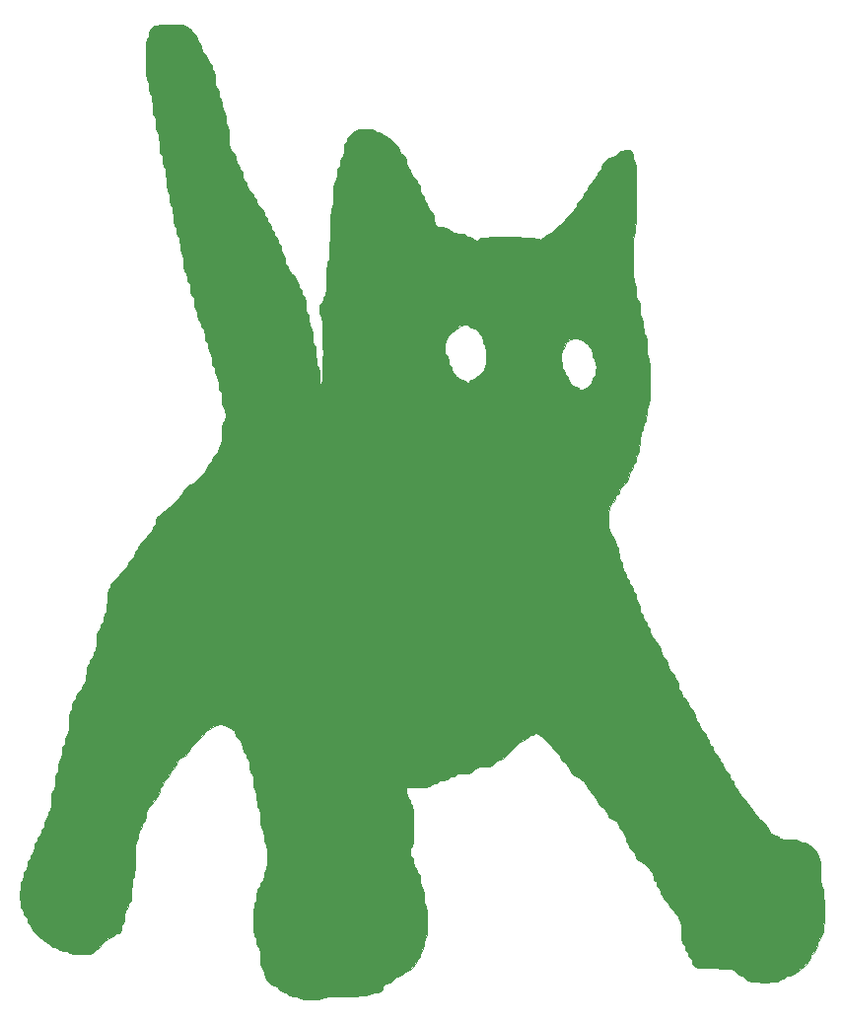
<source format=gbr>
%TF.GenerationSoftware,KiCad,Pcbnew,(5.1.10)-1*%
%TF.CreationDate,2021-11-01T22:44:31-04:00*%
%TF.ProjectId,PCB coil,50434220-636f-4696-9c2e-6b696361645f,rev?*%
%TF.SameCoordinates,Original*%
%TF.FileFunction,Legend,Top*%
%TF.FilePolarity,Positive*%
%FSLAX46Y46*%
G04 Gerber Fmt 4.6, Leading zero omitted, Abs format (unit mm)*
G04 Created by KiCad (PCBNEW (5.1.10)-1) date 2021-11-01 22:44:31*
%MOMM*%
%LPD*%
G01*
G04 APERTURE LIST*
%ADD10C,0.010000*%
G04 APERTURE END LIST*
D10*
%TO.C,G\u002A\u002A\u002A*%
G36*
X15475087Y10331343D02*
G01*
X15900940Y10304929D01*
X16186352Y10234216D01*
X16410514Y10097366D01*
X16652616Y9872541D01*
X16707922Y9817334D01*
X17012254Y9468991D01*
X17198509Y9170979D01*
X17225883Y9070275D01*
X17305030Y8868267D01*
X17375294Y8841177D01*
X17483296Y8712143D01*
X17524706Y8425926D01*
X17638482Y8008706D01*
X17823530Y7795294D01*
X18056906Y7526799D01*
X18122353Y7314075D01*
X18191795Y7089799D01*
X18271765Y7048236D01*
X18393159Y6923096D01*
X18421177Y6749412D01*
X18483746Y6506623D01*
X18570588Y6450589D01*
X18655819Y6316212D01*
X18709917Y5972632D01*
X18720000Y5703530D01*
X18746876Y5277375D01*
X18815592Y5006886D01*
X18869412Y4956471D01*
X18974319Y4826637D01*
X19018812Y4513812D01*
X19018824Y4508236D01*
X19062102Y4193515D01*
X19166377Y4060035D01*
X19168235Y4060000D01*
X19261797Y3927450D01*
X19313837Y3596322D01*
X19317647Y3462353D01*
X19350785Y3088105D01*
X19433567Y2879946D01*
X19467059Y2864706D01*
X19560621Y2732156D01*
X19612661Y2401027D01*
X19616471Y2267059D01*
X19649608Y1892811D01*
X19732390Y1684652D01*
X19765883Y1669412D01*
X19843150Y1531632D01*
X19896328Y1164166D01*
X19915294Y656514D01*
X19930406Y85560D01*
X19988649Y-267091D01*
X20109381Y-481013D01*
X20214118Y-571764D01*
X20455345Y-903737D01*
X20512941Y-1202395D01*
X20559369Y-1502557D01*
X20662353Y-1617647D01*
X20783748Y-1742786D01*
X20811765Y-1916470D01*
X20874335Y-2159259D01*
X20961177Y-2215294D01*
X21066083Y-2345128D01*
X21110577Y-2657952D01*
X21110588Y-2663529D01*
X21153866Y-2978250D01*
X21258141Y-3111730D01*
X21260000Y-3111764D01*
X21386052Y-3235319D01*
X21409412Y-3377604D01*
X21522142Y-3666472D01*
X21708235Y-3858823D01*
X21941612Y-4127319D01*
X22007059Y-4340042D01*
X22076501Y-4564319D01*
X22156471Y-4605882D01*
X22282522Y-4729436D01*
X22305882Y-4871721D01*
X22418613Y-5160590D01*
X22604706Y-5352941D01*
X22838083Y-5621437D01*
X22903530Y-5834160D01*
X22972972Y-6058436D01*
X23052941Y-6100000D01*
X23174336Y-6225139D01*
X23202353Y-6398823D01*
X23264923Y-6641612D01*
X23351765Y-6697647D01*
X23473159Y-6822786D01*
X23501177Y-6996470D01*
X23563746Y-7239259D01*
X23650588Y-7295294D01*
X23771983Y-7420433D01*
X23800000Y-7594117D01*
X23862570Y-7836906D01*
X23949412Y-7892941D01*
X24070807Y-8018080D01*
X24098824Y-8191764D01*
X24161394Y-8434554D01*
X24248235Y-8490588D01*
X24353142Y-8620422D01*
X24397636Y-8933247D01*
X24397647Y-8938823D01*
X24440925Y-9253544D01*
X24545200Y-9387024D01*
X24547059Y-9387058D01*
X24651966Y-9516893D01*
X24696459Y-9829717D01*
X24696471Y-9835294D01*
X24739749Y-10150014D01*
X24844024Y-10283495D01*
X24845883Y-10283529D01*
X24976061Y-10405527D01*
X24995294Y-10522407D01*
X25097943Y-10769993D01*
X25353370Y-11090889D01*
X25443530Y-11180000D01*
X25778392Y-11603989D01*
X25891765Y-11987004D01*
X25941134Y-12274780D01*
X26041177Y-12375294D01*
X26162571Y-12500433D01*
X26190588Y-12674117D01*
X26253158Y-12916906D01*
X26340000Y-12972941D01*
X26425231Y-13107318D01*
X26479329Y-13450898D01*
X26489412Y-13720000D01*
X26516287Y-14146154D01*
X26585003Y-14416644D01*
X26638824Y-14467058D01*
X26732386Y-14599609D01*
X26784426Y-14930737D01*
X26788235Y-15064706D01*
X26821373Y-15438954D01*
X26904155Y-15647113D01*
X26937647Y-15662353D01*
X27022878Y-15796729D01*
X27076976Y-16140309D01*
X27087059Y-16409411D01*
X27113934Y-16835566D01*
X27182650Y-17106055D01*
X27236471Y-17156470D01*
X27316056Y-17292563D01*
X27370012Y-17648086D01*
X27385883Y-18052941D01*
X27408565Y-18530452D01*
X27467819Y-18854189D01*
X27535294Y-18949411D01*
X27614880Y-19085505D01*
X27668836Y-19441028D01*
X27684706Y-19845882D01*
X27707388Y-20323394D01*
X27766642Y-20647130D01*
X27834118Y-20742353D01*
X27889048Y-20595932D01*
X27932250Y-20168244D01*
X27962858Y-19476646D01*
X27980003Y-18538496D01*
X27983530Y-17754117D01*
X27981015Y-17376656D01*
X38442353Y-17376656D01*
X38471867Y-17778993D01*
X38546586Y-18021152D01*
X38591765Y-18052941D01*
X38696672Y-18182775D01*
X38741165Y-18495599D01*
X38741177Y-18501176D01*
X38784455Y-18815897D01*
X38888730Y-18949377D01*
X38890588Y-18949411D01*
X39022040Y-19070893D01*
X39040000Y-19180320D01*
X39139230Y-19437099D01*
X39380728Y-19751378D01*
X39406738Y-19777968D01*
X39719441Y-20028192D01*
X39987089Y-20143786D01*
X40004385Y-20144706D01*
X40207538Y-20223311D01*
X40235294Y-20294117D01*
X40348993Y-20439187D01*
X40384706Y-20443529D01*
X40529776Y-20329830D01*
X40534118Y-20294117D01*
X40655478Y-20162373D01*
X40763216Y-20144706D01*
X40997327Y-20045203D01*
X41332377Y-19792535D01*
X41510275Y-19626745D01*
X41792754Y-19321239D01*
X41948139Y-19049476D01*
X42014077Y-18702859D01*
X42023440Y-18351764D01*
X48452941Y-18351764D01*
X48475624Y-18829276D01*
X48534877Y-19153012D01*
X48602353Y-19248235D01*
X48723748Y-19373375D01*
X48751765Y-19547058D01*
X48814335Y-19789848D01*
X48901177Y-19845882D01*
X49032005Y-19967619D01*
X49050588Y-20080672D01*
X49177011Y-20418198D01*
X49471878Y-20676487D01*
X49712269Y-20742353D01*
X49917857Y-20819821D01*
X49947059Y-20891764D01*
X50047389Y-21033691D01*
X50296864Y-21000873D01*
X50618210Y-20813578D01*
X50775615Y-20674438D01*
X51025840Y-20361735D01*
X51141433Y-20094088D01*
X51142353Y-20076791D01*
X51220959Y-19873638D01*
X51291765Y-19845882D01*
X51376996Y-19711505D01*
X51431094Y-19367925D01*
X51441177Y-19098823D01*
X51414301Y-18672669D01*
X51345585Y-18402179D01*
X51291765Y-18351764D01*
X51179989Y-18223750D01*
X51142353Y-17973255D01*
X51015092Y-17559448D01*
X50691566Y-17134038D01*
X50259157Y-16779433D01*
X49805249Y-16578043D01*
X49642544Y-16558823D01*
X49163701Y-16658210D01*
X48844066Y-16920365D01*
X48751765Y-17220504D01*
X48674296Y-17426092D01*
X48602353Y-17455294D01*
X48522768Y-17591387D01*
X48468812Y-17946910D01*
X48452941Y-18351764D01*
X42023440Y-18351764D01*
X42028213Y-18172792D01*
X42028235Y-18132627D01*
X42007222Y-17623165D01*
X41951509Y-17274140D01*
X41878824Y-17156470D01*
X41767243Y-17028402D01*
X41729412Y-16776149D01*
X41621877Y-16409656D01*
X41358602Y-16033954D01*
X41028584Y-15751828D01*
X40765027Y-15662353D01*
X40561874Y-15583747D01*
X40534118Y-15512941D01*
X40406135Y-15401052D01*
X40156656Y-15363529D01*
X39765725Y-15496198D01*
X39260779Y-15887200D01*
X39110774Y-16031950D01*
X38734797Y-16433015D01*
X38533247Y-16745233D01*
X38453636Y-17074196D01*
X38442353Y-17376656D01*
X27981015Y-17376656D01*
X27976209Y-16655523D01*
X27954824Y-15791469D01*
X27920244Y-15179315D01*
X27873337Y-14836417D01*
X27834118Y-14765882D01*
X27740556Y-14633331D01*
X27688516Y-14302203D01*
X27684706Y-14168235D01*
X27717844Y-13793987D01*
X27800626Y-13585828D01*
X27834118Y-13570588D01*
X27955512Y-13445448D01*
X27983530Y-13271764D01*
X28046099Y-13028975D01*
X28132941Y-12972941D01*
X28202351Y-12830891D01*
X28252533Y-12433440D01*
X28279182Y-11823641D01*
X28282353Y-11478823D01*
X28296558Y-10784729D01*
X28336303Y-10282911D01*
X28397283Y-10016420D01*
X28431765Y-9984706D01*
X28492654Y-9839690D01*
X28538962Y-9421672D01*
X28568985Y-8756197D01*
X28581022Y-7868807D01*
X28581177Y-7743529D01*
X28590844Y-6830191D01*
X28618712Y-6135574D01*
X28663077Y-5685222D01*
X28722237Y-5504677D01*
X28730588Y-5502353D01*
X28804581Y-5362559D01*
X28856577Y-4980907D01*
X28879502Y-4413987D01*
X28880000Y-4307058D01*
X28897474Y-3715119D01*
X28945181Y-3299152D01*
X29016046Y-3115748D01*
X29029412Y-3111764D01*
X29122974Y-2979214D01*
X29175014Y-2648085D01*
X29178824Y-2514117D01*
X29211961Y-2139869D01*
X29294743Y-1931710D01*
X29328235Y-1916470D01*
X29433142Y-1786636D01*
X29477636Y-1473812D01*
X29477647Y-1468235D01*
X29520925Y-1153514D01*
X29625200Y-1020034D01*
X29627059Y-1020000D01*
X29720621Y-887449D01*
X29772661Y-556321D01*
X29776471Y-422353D01*
X29809608Y-48104D01*
X29892390Y160055D01*
X29925883Y175294D01*
X30057334Y296776D01*
X30075294Y406204D01*
X30174524Y662982D01*
X30416022Y977261D01*
X30442032Y1003851D01*
X30726999Y1228695D01*
X31070675Y1339218D01*
X31587284Y1370464D01*
X31637326Y1370589D01*
X32089465Y1346217D01*
X32390409Y1283302D01*
X32465883Y1221177D01*
X32593865Y1109288D01*
X32843344Y1071765D01*
X33135517Y969764D01*
X33526478Y709800D01*
X33938951Y360928D01*
X34295655Y-7795D01*
X34519313Y-327314D01*
X34557647Y-460143D01*
X34668115Y-690913D01*
X34856471Y-870588D01*
X35097698Y-1202560D01*
X35155294Y-1501219D01*
X35201722Y-1801380D01*
X35304706Y-1916470D01*
X35430758Y-2040025D01*
X35454118Y-2182310D01*
X35566848Y-2471178D01*
X35752941Y-2663529D01*
X35986318Y-2932025D01*
X36051765Y-3144748D01*
X36121207Y-3369025D01*
X36201177Y-3410588D01*
X36306083Y-3540422D01*
X36350577Y-3853247D01*
X36350588Y-3858823D01*
X36393866Y-4173544D01*
X36498141Y-4307024D01*
X36500000Y-4307058D01*
X36621395Y-4432198D01*
X36649412Y-4605882D01*
X36711982Y-4848671D01*
X36798824Y-4904706D01*
X36924875Y-5028260D01*
X36948235Y-5170545D01*
X37060966Y-5459413D01*
X37247059Y-5651764D01*
X37481552Y-5969657D01*
X37545883Y-6431807D01*
X37563687Y-6800344D01*
X37676209Y-6958783D01*
X37972115Y-6995791D01*
X38110546Y-6996470D01*
X38610436Y-7075258D01*
X38890588Y-7295294D01*
X39208481Y-7529787D01*
X39670631Y-7594117D01*
X40032506Y-7629058D01*
X40225460Y-7715775D01*
X40235294Y-7743529D01*
X40360434Y-7864924D01*
X40534118Y-7892941D01*
X40776907Y-7955511D01*
X40832941Y-8042353D01*
X40958081Y-8163747D01*
X41131765Y-8191764D01*
X41374554Y-8129194D01*
X41430588Y-8042353D01*
X41569983Y-7980066D01*
X41948967Y-7933494D01*
X42508745Y-7902208D01*
X43190521Y-7885780D01*
X43935497Y-7883780D01*
X44684876Y-7895779D01*
X45379863Y-7921350D01*
X45961659Y-7960062D01*
X46371470Y-8011488D01*
X46550497Y-8075199D01*
X46552727Y-8079706D01*
X46676835Y-8137993D01*
X46918880Y-7930294D01*
X47185637Y-7689256D01*
X47389641Y-7594117D01*
X47572206Y-7491325D01*
X47897737Y-7219811D01*
X48311435Y-6834876D01*
X48758502Y-6391815D01*
X49184137Y-5945926D01*
X49533541Y-5552507D01*
X49751915Y-5266857D01*
X49797647Y-5164217D01*
X49908065Y-4934688D01*
X50096471Y-4755294D01*
X50329847Y-4486798D01*
X50395294Y-4274074D01*
X50464736Y-4049798D01*
X50544706Y-4008235D01*
X50674884Y-3886237D01*
X50694118Y-3769357D01*
X50796766Y-3521771D01*
X51052194Y-3200874D01*
X51142353Y-3111764D01*
X51427002Y-2791158D01*
X51581415Y-2510789D01*
X51590588Y-2454172D01*
X51666895Y-2246044D01*
X51740000Y-2215294D01*
X51871452Y-2093812D01*
X51889412Y-1984385D01*
X51998260Y-1711964D01*
X52257855Y-1391131D01*
X52567774Y-1125865D01*
X52820813Y-1020000D01*
X53053916Y-909439D01*
X53234118Y-721176D01*
X53552010Y-486683D01*
X54014161Y-422353D01*
X54383524Y-442859D01*
X54542389Y-550842D01*
X54578554Y-815995D01*
X54578824Y-870588D01*
X54622102Y-1185308D01*
X54726377Y-1318789D01*
X54728235Y-1318823D01*
X54782175Y-1465436D01*
X54824829Y-1894448D01*
X54855426Y-2589619D01*
X54873192Y-3534711D01*
X54877647Y-4456470D01*
X54870666Y-5589192D01*
X54850237Y-6484941D01*
X54817133Y-7127479D01*
X54772129Y-7500565D01*
X54728235Y-7594117D01*
X54665897Y-7738718D01*
X54618883Y-8153872D01*
X54589193Y-8811607D01*
X54578824Y-9683949D01*
X54578824Y-9685882D01*
X54589152Y-10558624D01*
X54618806Y-11216813D01*
X54665787Y-11632479D01*
X54728097Y-11777646D01*
X54728235Y-11777647D01*
X54813466Y-11912024D01*
X54867564Y-12255604D01*
X54877647Y-12524706D01*
X54904523Y-12950860D01*
X54973239Y-13221349D01*
X55027059Y-13271764D01*
X55112290Y-13406141D01*
X55166388Y-13749721D01*
X55176471Y-14018823D01*
X55203346Y-14444978D01*
X55272062Y-14715467D01*
X55325883Y-14765882D01*
X55411113Y-14900259D01*
X55465211Y-15243839D01*
X55475294Y-15512941D01*
X55502170Y-15939095D01*
X55570886Y-16209585D01*
X55624706Y-16260000D01*
X55701351Y-16398194D01*
X55754311Y-16768580D01*
X55774118Y-17304867D01*
X55774118Y-17305882D01*
X55793860Y-17842394D01*
X55846772Y-18213119D01*
X55923385Y-18351764D01*
X55923530Y-18351764D01*
X55987429Y-18495882D01*
X56035181Y-18907692D01*
X56064415Y-19556381D01*
X56072941Y-20294117D01*
X56061855Y-21124808D01*
X56030178Y-21745583D01*
X55980278Y-22125628D01*
X55923530Y-22236470D01*
X55838299Y-22370847D01*
X55784201Y-22714427D01*
X55774118Y-22983529D01*
X55747242Y-23409684D01*
X55678526Y-23680173D01*
X55624706Y-23730588D01*
X55519799Y-23860422D01*
X55475306Y-24173247D01*
X55475294Y-24178823D01*
X55432016Y-24493544D01*
X55327741Y-24627024D01*
X55325883Y-24627058D01*
X55246297Y-24763152D01*
X55192341Y-25118675D01*
X55176471Y-25523529D01*
X55153789Y-26001041D01*
X55094535Y-26324777D01*
X55027059Y-26420000D01*
X54922152Y-26549834D01*
X54877659Y-26862658D01*
X54877647Y-26868235D01*
X54834369Y-27182956D01*
X54730094Y-27316436D01*
X54728235Y-27316470D01*
X54606841Y-27441610D01*
X54578824Y-27615294D01*
X54516254Y-27858083D01*
X54429412Y-27914117D01*
X54318677Y-28042418D01*
X54280000Y-28302407D01*
X54151655Y-28712379D01*
X53831765Y-29109411D01*
X53547116Y-29430018D01*
X53392703Y-29710386D01*
X53383530Y-29767004D01*
X53307223Y-29975132D01*
X53234118Y-30005882D01*
X53108066Y-30129436D01*
X53084706Y-30271721D01*
X52971976Y-30560590D01*
X52785883Y-30752941D01*
X52629024Y-30910326D01*
X52537977Y-31150605D01*
X52496201Y-31548203D01*
X52487059Y-32097647D01*
X52498788Y-32698905D01*
X52545003Y-33076305D01*
X52642241Y-33304273D01*
X52785883Y-33442353D01*
X53027110Y-33774325D01*
X53084706Y-34072984D01*
X53131134Y-34373145D01*
X53234118Y-34488235D01*
X53327680Y-34620786D01*
X53379720Y-34951914D01*
X53383530Y-35085882D01*
X53416667Y-35460130D01*
X53499449Y-35668289D01*
X53532941Y-35683529D01*
X53637848Y-35813363D01*
X53682342Y-36126188D01*
X53682353Y-36131764D01*
X53725631Y-36446485D01*
X53829906Y-36579965D01*
X53831765Y-36580000D01*
X53953159Y-36705139D01*
X53981177Y-36878823D01*
X54043746Y-37121612D01*
X54130588Y-37177647D01*
X54251983Y-37302786D01*
X54280000Y-37476470D01*
X54342570Y-37719259D01*
X54429412Y-37775294D01*
X54550807Y-37900433D01*
X54578824Y-38074117D01*
X54641394Y-38316906D01*
X54728235Y-38372941D01*
X54833142Y-38502775D01*
X54877636Y-38815599D01*
X54877647Y-38821176D01*
X54920925Y-39135897D01*
X55025200Y-39269377D01*
X55027059Y-39269411D01*
X55131966Y-39399245D01*
X55176459Y-39712070D01*
X55176471Y-39717647D01*
X55219749Y-40032367D01*
X55324024Y-40165848D01*
X55325883Y-40165882D01*
X55447277Y-40291022D01*
X55475294Y-40464706D01*
X55537864Y-40707495D01*
X55624706Y-40763529D01*
X55746101Y-40888669D01*
X55774118Y-41062353D01*
X55836688Y-41305142D01*
X55923530Y-41361176D01*
X56034264Y-41489477D01*
X56072941Y-41749466D01*
X56201287Y-42159438D01*
X56521177Y-42556470D01*
X56821869Y-42925010D01*
X56966046Y-43281650D01*
X56969412Y-43330490D01*
X57084876Y-43693770D01*
X57268235Y-43901176D01*
X57501457Y-44212732D01*
X57567059Y-44498823D01*
X57679203Y-44877999D01*
X57865883Y-45096470D01*
X58099259Y-45364966D01*
X58164706Y-45577690D01*
X58234148Y-45801966D01*
X58314118Y-45843529D01*
X58419025Y-45973363D01*
X58463518Y-46286188D01*
X58463530Y-46291764D01*
X58506808Y-46606485D01*
X58611082Y-46739965D01*
X58612941Y-46740000D01*
X58738993Y-46863554D01*
X58762353Y-47005839D01*
X58875084Y-47294707D01*
X59061177Y-47487058D01*
X59293713Y-47741691D01*
X59360000Y-47935294D01*
X59471685Y-48196994D01*
X59658824Y-48383529D01*
X59900051Y-48715502D01*
X59957647Y-49014160D01*
X60004075Y-49314322D01*
X60107059Y-49429411D01*
X60233111Y-49552966D01*
X60256471Y-49695251D01*
X60369201Y-49984119D01*
X60555294Y-50176470D01*
X60788671Y-50444966D01*
X60854118Y-50657690D01*
X60923560Y-50881966D01*
X61003530Y-50923529D01*
X61124924Y-51048669D01*
X61152941Y-51222353D01*
X61215511Y-51465142D01*
X61302353Y-51521176D01*
X61428405Y-51644730D01*
X61451765Y-51787016D01*
X61564495Y-52075884D01*
X61750588Y-52268235D01*
X61983965Y-52536731D01*
X62049412Y-52749454D01*
X62118854Y-52973730D01*
X62198824Y-53015294D01*
X62324875Y-53138848D01*
X62348235Y-53281133D01*
X62460966Y-53570001D01*
X62647059Y-53762353D01*
X62880436Y-54030848D01*
X62945883Y-54243572D01*
X63015325Y-54467848D01*
X63095294Y-54509411D01*
X63216689Y-54634551D01*
X63244706Y-54808235D01*
X63307276Y-55051024D01*
X63394118Y-55107058D01*
X63524780Y-55228862D01*
X63543530Y-55342890D01*
X63645180Y-55571721D01*
X63906540Y-55908458D01*
X64141177Y-56152941D01*
X64471865Y-56499393D01*
X64688904Y-56781867D01*
X64738824Y-56897986D01*
X64839214Y-57081038D01*
X65102824Y-57399031D01*
X65473312Y-57784202D01*
X65485883Y-57796470D01*
X65858755Y-58182472D01*
X66126516Y-58503181D01*
X66232835Y-58690931D01*
X66232941Y-58693913D01*
X66355307Y-58972757D01*
X66634577Y-59210139D01*
X66894622Y-59290588D01*
X67100210Y-59368057D01*
X67129412Y-59440000D01*
X67265505Y-59519585D01*
X67621028Y-59573541D01*
X68025883Y-59589411D01*
X68503394Y-59612094D01*
X68827130Y-59671347D01*
X68922353Y-59738823D01*
X69050421Y-59850404D01*
X69302674Y-59888235D01*
X69669167Y-59995770D01*
X70044869Y-60259045D01*
X70326995Y-60589062D01*
X70416471Y-60852620D01*
X70495076Y-61055773D01*
X70565883Y-61083529D01*
X70637474Y-61224575D01*
X70688543Y-61615014D01*
X70713639Y-62205794D01*
X70715294Y-62428235D01*
X70730966Y-63072562D01*
X70774348Y-63532183D01*
X70839990Y-63758046D01*
X70864706Y-63772941D01*
X70928605Y-63917058D01*
X70976357Y-64328868D01*
X71005591Y-64977558D01*
X71014118Y-65715294D01*
X71003032Y-66545985D01*
X70971354Y-67166759D01*
X70921455Y-67546804D01*
X70864706Y-67657647D01*
X70743311Y-67782786D01*
X70715294Y-67956470D01*
X70652724Y-68199259D01*
X70565883Y-68255294D01*
X70457881Y-68384327D01*
X70416471Y-68670545D01*
X70302695Y-69087765D01*
X70117647Y-69301176D01*
X69886099Y-69540178D01*
X69818824Y-69711621D01*
X69704678Y-69972708D01*
X69413761Y-70322073D01*
X69023351Y-70690660D01*
X68610726Y-71009412D01*
X68253164Y-71209274D01*
X68104520Y-71243529D01*
X67821854Y-71294189D01*
X67727059Y-71392941D01*
X67601919Y-71514335D01*
X67428235Y-71542353D01*
X67185446Y-71604922D01*
X67129412Y-71691764D01*
X66988618Y-71763866D01*
X66599946Y-71815137D01*
X66013962Y-71839815D01*
X65817690Y-71841176D01*
X65168905Y-71832770D01*
X64750918Y-71798711D01*
X64495962Y-71725738D01*
X64336269Y-71600591D01*
X64290588Y-71542353D01*
X64035956Y-71309816D01*
X63842353Y-71243529D01*
X63580653Y-71131844D01*
X63394118Y-70944706D01*
X63265430Y-70808679D01*
X63074627Y-70721164D01*
X62760544Y-70671786D01*
X62262018Y-70650173D01*
X61632226Y-70645882D01*
X60808294Y-70628028D01*
X60240280Y-70565239D01*
X59886902Y-70443673D01*
X59706879Y-70249487D01*
X59658824Y-69984201D01*
X59581355Y-69778613D01*
X59509412Y-69749411D01*
X59388017Y-69624272D01*
X59360000Y-69450588D01*
X59297430Y-69207799D01*
X59210588Y-69151764D01*
X59089194Y-69026625D01*
X59061177Y-68852941D01*
X58998607Y-68610152D01*
X58911765Y-68554117D01*
X58835120Y-68415923D01*
X58782160Y-68045537D01*
X58762353Y-67509250D01*
X58762353Y-67508235D01*
X58742611Y-66971722D01*
X58689699Y-66600998D01*
X58613086Y-66462353D01*
X58612941Y-66462353D01*
X58482279Y-66340549D01*
X58463530Y-66226521D01*
X58361879Y-65997690D01*
X58100519Y-65660953D01*
X57865883Y-65416470D01*
X57533484Y-65056991D01*
X57316498Y-64745377D01*
X57268235Y-64606419D01*
X57191066Y-64400182D01*
X57118824Y-64370588D01*
X56997429Y-64245448D01*
X56969412Y-64071764D01*
X56906842Y-63828975D01*
X56820000Y-63772941D01*
X56698606Y-63647801D01*
X56670588Y-63474117D01*
X56608019Y-63231328D01*
X56521177Y-63175294D01*
X56409401Y-63047280D01*
X56371765Y-62796784D01*
X56266163Y-62468448D01*
X56002055Y-62075398D01*
X55658484Y-61706014D01*
X55314494Y-61448678D01*
X55106745Y-61382353D01*
X54914095Y-61259935D01*
X54877647Y-61116513D01*
X54764917Y-60827645D01*
X54578824Y-60635294D01*
X54345447Y-60366798D01*
X54280000Y-60154074D01*
X54210558Y-59929798D01*
X54130588Y-59888235D01*
X54022587Y-59759201D01*
X53981177Y-59472984D01*
X53867401Y-59055764D01*
X53682353Y-58842353D01*
X53450627Y-58600583D01*
X53383530Y-58425167D01*
X53259133Y-58117652D01*
X52972296Y-57869564D01*
X52721849Y-57796470D01*
X52518117Y-57675961D01*
X52487059Y-57557592D01*
X52384410Y-57310006D01*
X52128983Y-56989110D01*
X52038824Y-56900000D01*
X51755871Y-56595262D01*
X51600701Y-56349562D01*
X51590588Y-56302353D01*
X51489334Y-56094814D01*
X51236952Y-55797110D01*
X51142353Y-55704706D01*
X50859627Y-55402050D01*
X50704358Y-55160899D01*
X50694118Y-55115027D01*
X50587828Y-54886178D01*
X50336678Y-54591241D01*
X50042244Y-54332254D01*
X49806102Y-54211255D01*
X49793766Y-54210588D01*
X49530506Y-54095046D01*
X49288524Y-53839311D01*
X49200000Y-53608853D01*
X49098840Y-53404028D01*
X48846665Y-53107914D01*
X48751765Y-53015294D01*
X48469152Y-52713687D01*
X48313835Y-52474829D01*
X48303530Y-52429640D01*
X48208635Y-52247339D01*
X47959876Y-51944167D01*
X47611141Y-51572113D01*
X47216319Y-51183170D01*
X46829296Y-50829330D01*
X46503961Y-50562582D01*
X46294203Y-50434919D01*
X46246697Y-50445204D01*
X46067107Y-50595214D01*
X45900490Y-50624706D01*
X45664544Y-50689702D01*
X45614118Y-50774117D01*
X45492538Y-50905330D01*
X45381726Y-50923529D01*
X45175496Y-51024703D01*
X44830261Y-51293955D01*
X44409801Y-51679879D01*
X44269412Y-51820000D01*
X43842884Y-52231710D01*
X43476926Y-52543754D01*
X43233052Y-52705038D01*
X43190082Y-52716470D01*
X42955769Y-52827079D01*
X42775294Y-53015294D01*
X42528155Y-53221119D01*
X42123553Y-53306673D01*
X41878824Y-53314117D01*
X41378458Y-53357460D01*
X41075013Y-53507922D01*
X40982353Y-53612941D01*
X40748338Y-53812692D01*
X40367554Y-53900448D01*
X40052898Y-53911764D01*
X39637687Y-53939807D01*
X39380162Y-54011194D01*
X39338824Y-54061176D01*
X39213684Y-54182571D01*
X39040000Y-54210588D01*
X38797211Y-54273158D01*
X38741177Y-54360000D01*
X38611343Y-54464906D01*
X38298518Y-54509400D01*
X38292941Y-54509411D01*
X37978221Y-54552689D01*
X37844740Y-54656964D01*
X37844706Y-54658823D01*
X37719566Y-54780218D01*
X37545883Y-54808235D01*
X37303093Y-54870805D01*
X37247059Y-54957647D01*
X37108865Y-55034291D01*
X36738478Y-55087252D01*
X36202191Y-55107058D01*
X35155294Y-55107058D01*
X35155294Y-55555294D01*
X35198572Y-55870014D01*
X35302847Y-56003495D01*
X35304706Y-56003529D01*
X35426101Y-56128669D01*
X35454118Y-56302353D01*
X35516688Y-56545142D01*
X35603530Y-56601176D01*
X35669115Y-56744724D01*
X35717640Y-57152588D01*
X35746256Y-57790598D01*
X35752941Y-58394117D01*
X35740979Y-59181147D01*
X35706990Y-59763444D01*
X35653823Y-60106840D01*
X35603530Y-60187058D01*
X35498623Y-60316893D01*
X35454129Y-60629717D01*
X35454118Y-60635294D01*
X35497396Y-60950014D01*
X35601671Y-61083495D01*
X35603530Y-61083529D01*
X35708436Y-61213363D01*
X35752930Y-61526188D01*
X35752941Y-61531764D01*
X35796219Y-61846485D01*
X35900494Y-61979965D01*
X35902353Y-61980000D01*
X36023748Y-62105139D01*
X36051765Y-62278823D01*
X36114335Y-62521612D01*
X36201177Y-62577647D01*
X36294739Y-62710197D01*
X36346778Y-63041326D01*
X36350588Y-63175294D01*
X36383726Y-63549542D01*
X36466508Y-63757701D01*
X36500000Y-63772941D01*
X36585231Y-63907318D01*
X36639329Y-64250898D01*
X36649412Y-64520000D01*
X36676287Y-64946154D01*
X36745003Y-65216644D01*
X36798824Y-65267058D01*
X36870416Y-65408105D01*
X36921485Y-65798543D01*
X36946580Y-66389323D01*
X36948235Y-66611764D01*
X36932564Y-67256092D01*
X36889182Y-67715712D01*
X36823539Y-67941575D01*
X36798824Y-67956470D01*
X36705262Y-68089021D01*
X36653222Y-68420149D01*
X36649412Y-68554117D01*
X36616274Y-68928365D01*
X36533492Y-69136525D01*
X36500000Y-69151764D01*
X36378606Y-69276904D01*
X36350588Y-69450588D01*
X36288019Y-69693377D01*
X36201177Y-69749411D01*
X36069725Y-69870893D01*
X36051765Y-69980320D01*
X35938217Y-70264666D01*
X35666858Y-70589267D01*
X35341615Y-70850198D01*
X35087380Y-70944706D01*
X34884227Y-71023311D01*
X34856471Y-71094117D01*
X34732916Y-71220169D01*
X34590631Y-71243529D01*
X34301763Y-71356260D01*
X34109412Y-71542353D01*
X33867643Y-71774079D01*
X33692226Y-71841176D01*
X33384711Y-71965572D01*
X33136624Y-72252410D01*
X33063530Y-72502857D01*
X32976455Y-72663581D01*
X32677735Y-72731483D01*
X32465883Y-72737647D01*
X32091634Y-72770784D01*
X31883475Y-72853566D01*
X31868235Y-72887058D01*
X31724118Y-72950958D01*
X31312308Y-72998710D01*
X30663619Y-73027944D01*
X29925883Y-73036470D01*
X29095191Y-73047556D01*
X28474417Y-73079234D01*
X28094372Y-73129133D01*
X27983530Y-73185882D01*
X27845336Y-73262527D01*
X27474949Y-73315487D01*
X26938662Y-73335294D01*
X26937647Y-73335294D01*
X26401135Y-73315552D01*
X26030410Y-73262639D01*
X25891765Y-73186027D01*
X25891765Y-73185882D01*
X25761931Y-73080975D01*
X25449106Y-73036482D01*
X25443530Y-73036470D01*
X25128809Y-72993192D01*
X24995329Y-72888917D01*
X24995294Y-72887058D01*
X24871740Y-72761007D01*
X24729455Y-72737647D01*
X24440587Y-72624916D01*
X24248235Y-72438823D01*
X24008061Y-72207199D01*
X23834931Y-72140000D01*
X23540155Y-72016885D01*
X23229240Y-71716431D01*
X22988600Y-71341974D01*
X22903530Y-71026203D01*
X22853217Y-70742179D01*
X22754118Y-70645882D01*
X22674533Y-70509789D01*
X22620577Y-70154266D01*
X22604706Y-69749411D01*
X22582024Y-69271900D01*
X22522770Y-68948164D01*
X22455294Y-68852941D01*
X22350387Y-68723107D01*
X22305894Y-68410282D01*
X22305883Y-68404706D01*
X22262604Y-68089985D01*
X22158330Y-67956505D01*
X22156471Y-67956470D01*
X22087061Y-67814420D01*
X22036880Y-67416970D01*
X22010230Y-66807171D01*
X22007059Y-66462353D01*
X22021264Y-65768259D01*
X22061009Y-65266441D01*
X22121989Y-64999950D01*
X22156471Y-64968235D01*
X22250033Y-64835684D01*
X22302073Y-64504556D01*
X22305883Y-64370588D01*
X22339020Y-63996340D01*
X22421802Y-63788181D01*
X22455294Y-63772941D01*
X22576689Y-63647801D01*
X22604706Y-63474117D01*
X22667276Y-63231328D01*
X22754118Y-63175294D01*
X22859025Y-63045460D01*
X22903518Y-62732635D01*
X22903530Y-62727058D01*
X22946808Y-62412338D01*
X23051082Y-62278858D01*
X23052941Y-62278823D01*
X23126934Y-62139030D01*
X23178930Y-61757377D01*
X23201855Y-61190458D01*
X23202353Y-61083529D01*
X23184879Y-60491590D01*
X23137172Y-60075623D01*
X23066307Y-59892219D01*
X23052941Y-59888235D01*
X22959379Y-59755684D01*
X22907339Y-59424556D01*
X22903530Y-59290588D01*
X22870392Y-58916340D01*
X22787610Y-58708181D01*
X22754118Y-58692941D01*
X22674533Y-58556848D01*
X22620577Y-58201325D01*
X22604706Y-57796470D01*
X22582024Y-57318959D01*
X22522770Y-56995222D01*
X22455294Y-56900000D01*
X22370063Y-56765623D01*
X22315965Y-56422043D01*
X22305883Y-56152941D01*
X22279007Y-55726786D01*
X22210291Y-55456297D01*
X22156471Y-55405882D01*
X22071240Y-55271505D01*
X22017142Y-54927925D01*
X22007059Y-54658823D01*
X21980184Y-54232669D01*
X21911468Y-53962179D01*
X21857647Y-53911764D01*
X21764085Y-53779214D01*
X21712045Y-53448085D01*
X21708235Y-53314117D01*
X21675098Y-52939869D01*
X21592316Y-52731710D01*
X21558824Y-52716470D01*
X21437429Y-52591331D01*
X21409412Y-52417647D01*
X21346842Y-52174857D01*
X21260000Y-52118823D01*
X21151999Y-51989789D01*
X21110588Y-51703572D01*
X20996812Y-51286352D01*
X20811765Y-51072941D01*
X20580141Y-50832766D01*
X20512941Y-50659636D01*
X20378847Y-50314040D01*
X20035485Y-50003374D01*
X19571232Y-49789053D01*
X19172617Y-49728235D01*
X18881748Y-49745620D01*
X18627395Y-49823450D01*
X18350148Y-50000233D01*
X17990596Y-50314481D01*
X17489330Y-50804703D01*
X17447590Y-50846413D01*
X16985476Y-51328899D01*
X16616357Y-51753061D01*
X16385202Y-52064817D01*
X16329412Y-52191119D01*
X16209034Y-52388741D01*
X16094622Y-52417647D01*
X15770973Y-52535842D01*
X15509870Y-52808381D01*
X15432941Y-53046343D01*
X15322255Y-53282614D01*
X15134118Y-53463529D01*
X14901581Y-53718161D01*
X14835294Y-53911764D01*
X14723609Y-54173464D01*
X14536471Y-54360000D01*
X14303094Y-54628495D01*
X14237647Y-54841219D01*
X14168205Y-55065495D01*
X14088235Y-55107058D01*
X13977180Y-55235271D01*
X13938824Y-55492302D01*
X13799446Y-55906367D01*
X13386862Y-56407260D01*
X13341177Y-56451764D01*
X12968703Y-56854735D01*
X12788379Y-57197019D01*
X12743530Y-57560639D01*
X12706767Y-57910912D01*
X12616123Y-58089467D01*
X12594118Y-58095294D01*
X12472723Y-58220433D01*
X12444706Y-58394117D01*
X12382136Y-58636906D01*
X12295294Y-58692941D01*
X12190387Y-58822775D01*
X12145894Y-59135599D01*
X12145883Y-59141176D01*
X12102604Y-59455897D01*
X11998330Y-59589377D01*
X11996471Y-59589411D01*
X11929055Y-59732281D01*
X11879721Y-60135433D01*
X11851939Y-60760685D01*
X11847059Y-61232941D01*
X11834071Y-61974512D01*
X11797421Y-62517188D01*
X11740580Y-62822785D01*
X11697647Y-62876470D01*
X11621003Y-63014664D01*
X11568042Y-63385051D01*
X11548236Y-63921338D01*
X11548235Y-63922353D01*
X11528493Y-64458865D01*
X11475581Y-64829590D01*
X11398969Y-64968234D01*
X11398824Y-64968235D01*
X11277429Y-65093375D01*
X11249412Y-65267058D01*
X11186842Y-65509848D01*
X11100000Y-65565882D01*
X11006438Y-65698433D01*
X10954398Y-66029561D01*
X10950588Y-66163529D01*
X10917451Y-66537777D01*
X10834669Y-66745936D01*
X10801177Y-66761176D01*
X10696270Y-66891010D01*
X10651776Y-67203835D01*
X10651765Y-67209411D01*
X10604805Y-67537506D01*
X10430079Y-67653022D01*
X10352941Y-67657647D01*
X10110152Y-67720217D01*
X10054118Y-67807058D01*
X9932444Y-67938043D01*
X9820300Y-67956470D01*
X9604449Y-68057757D01*
X9261683Y-68323528D01*
X8865537Y-68696647D01*
X8858824Y-68703529D01*
X8468079Y-69094110D01*
X8178736Y-69317366D01*
X7883761Y-69420097D01*
X7476120Y-69449103D01*
X7150289Y-69450588D01*
X6638970Y-69429665D01*
X6288464Y-69374151D01*
X6169412Y-69301176D01*
X6039578Y-69196269D01*
X5726753Y-69151776D01*
X5721177Y-69151764D01*
X5406456Y-69108486D01*
X5272976Y-69004211D01*
X5272941Y-69002353D01*
X5147802Y-68880958D01*
X4974118Y-68852941D01*
X4731329Y-68790371D01*
X4675294Y-68703529D01*
X4554006Y-68571615D01*
X4447245Y-68554117D01*
X4211660Y-68447846D01*
X3868289Y-68178339D01*
X3491093Y-67819561D01*
X3154035Y-67445472D01*
X2931078Y-67130037D01*
X2882353Y-66989226D01*
X2802888Y-66787883D01*
X2732941Y-66761176D01*
X2611547Y-66636036D01*
X2583530Y-66462353D01*
X2520960Y-66219563D01*
X2434118Y-66163529D01*
X2312723Y-66038389D01*
X2284706Y-65864706D01*
X2222136Y-65621916D01*
X2135294Y-65565882D01*
X2061302Y-65426089D01*
X2009306Y-65044436D01*
X1986381Y-64477516D01*
X1985883Y-64370588D01*
X2003357Y-63778649D01*
X2051063Y-63362681D01*
X2121928Y-63179278D01*
X2135294Y-63175294D01*
X2240201Y-63045460D01*
X2284695Y-62732635D01*
X2284706Y-62727058D01*
X2327984Y-62412338D01*
X2432259Y-62278858D01*
X2434118Y-62278823D01*
X2539025Y-62148989D01*
X2583518Y-61836164D01*
X2583530Y-61830588D01*
X2626808Y-61515867D01*
X2731082Y-61382387D01*
X2732941Y-61382353D01*
X2854336Y-61257213D01*
X2882353Y-61083529D01*
X2944923Y-60840740D01*
X3031765Y-60784706D01*
X3136672Y-60654871D01*
X3181165Y-60342047D01*
X3181177Y-60336470D01*
X3224455Y-60021750D01*
X3328730Y-59888269D01*
X3330588Y-59888235D01*
X3451983Y-59763095D01*
X3480000Y-59589411D01*
X3542570Y-59346622D01*
X3629412Y-59290588D01*
X3750807Y-59165448D01*
X3778824Y-58991764D01*
X3841394Y-58748975D01*
X3928235Y-58692941D01*
X4033142Y-58563107D01*
X4077636Y-58250282D01*
X4077647Y-58244706D01*
X4120925Y-57929985D01*
X4225200Y-57796505D01*
X4227059Y-57796470D01*
X4348454Y-57671331D01*
X4376471Y-57497647D01*
X4439041Y-57254857D01*
X4525883Y-57198823D01*
X4605468Y-57062730D01*
X4659424Y-56707207D01*
X4675294Y-56302353D01*
X4697976Y-55824841D01*
X4757230Y-55501105D01*
X4824706Y-55405882D01*
X4909937Y-55271505D01*
X4964035Y-54927925D01*
X4974118Y-54658823D01*
X5000993Y-54232669D01*
X5069709Y-53962179D01*
X5123530Y-53911764D01*
X5217092Y-53779214D01*
X5269131Y-53448085D01*
X5272941Y-53314117D01*
X5306079Y-52939869D01*
X5388861Y-52731710D01*
X5422353Y-52716470D01*
X5515915Y-52583919D01*
X5567955Y-52252791D01*
X5571765Y-52118823D01*
X5604903Y-51744575D01*
X5687685Y-51536416D01*
X5721177Y-51521176D01*
X5826083Y-51391342D01*
X5870577Y-51078517D01*
X5870588Y-51072941D01*
X5913866Y-50758220D01*
X6018141Y-50624740D01*
X6020000Y-50624706D01*
X6096645Y-50486512D01*
X6149605Y-50116125D01*
X6169412Y-49579838D01*
X6169412Y-49578823D01*
X6189154Y-49042311D01*
X6242066Y-48671586D01*
X6318679Y-48532941D01*
X6318824Y-48532941D01*
X6423731Y-48403107D01*
X6468224Y-48090282D01*
X6468235Y-48084706D01*
X6511513Y-47769985D01*
X6615788Y-47636505D01*
X6617647Y-47636470D01*
X6743699Y-47512916D01*
X6767059Y-47370631D01*
X6879789Y-47081763D01*
X7065882Y-46889411D01*
X7299259Y-46620916D01*
X7364706Y-46408192D01*
X7434148Y-46183916D01*
X7514118Y-46142353D01*
X7599349Y-46007976D01*
X7653447Y-45664396D01*
X7663530Y-45395294D01*
X7690405Y-44969139D01*
X7759121Y-44698650D01*
X7812941Y-44648235D01*
X7934336Y-44523095D01*
X7962353Y-44349411D01*
X8024923Y-44106622D01*
X8111765Y-44050588D01*
X8233159Y-43925448D01*
X8261177Y-43751764D01*
X8323746Y-43508975D01*
X8410588Y-43452941D01*
X8490174Y-43316848D01*
X8544130Y-42961325D01*
X8560000Y-42556470D01*
X8582682Y-42078959D01*
X8641936Y-41755222D01*
X8709412Y-41660000D01*
X8830807Y-41534860D01*
X8858824Y-41361176D01*
X8921394Y-41118387D01*
X9008235Y-41062353D01*
X9113142Y-40932518D01*
X9157636Y-40619694D01*
X9157647Y-40614117D01*
X9200925Y-40299397D01*
X9305200Y-40165916D01*
X9307059Y-40165882D01*
X9383704Y-40027688D01*
X9436664Y-39657301D01*
X9456471Y-39121014D01*
X9456471Y-39120000D01*
X9476213Y-38583487D01*
X9529125Y-38212762D01*
X9605738Y-38074118D01*
X9605883Y-38074117D01*
X9736867Y-37952444D01*
X9755294Y-37840299D01*
X9856581Y-37624449D01*
X10122352Y-37281683D01*
X10495471Y-36885536D01*
X10502353Y-36878823D01*
X10875985Y-36487791D01*
X11143889Y-36155701D01*
X11249347Y-35953046D01*
X11249412Y-35950331D01*
X11360066Y-35714854D01*
X11548235Y-35534117D01*
X11781612Y-35265622D01*
X11847059Y-35052898D01*
X11916501Y-34828622D01*
X11996471Y-34787058D01*
X12127133Y-34665255D01*
X12145883Y-34551227D01*
X12247533Y-34322396D01*
X12508893Y-33985659D01*
X12743530Y-33741176D01*
X13075928Y-33381697D01*
X13292915Y-33070083D01*
X13341177Y-32931125D01*
X13418346Y-32724888D01*
X13490588Y-32695294D01*
X13595495Y-32565460D01*
X13639989Y-32252635D01*
X13640000Y-32247058D01*
X13705481Y-31893147D01*
X13866885Y-31798823D01*
X14065037Y-31697536D01*
X14400785Y-31432738D01*
X14813744Y-31063026D01*
X15243532Y-30646994D01*
X15629767Y-30243239D01*
X15912065Y-29910357D01*
X16030044Y-29706943D01*
X16030588Y-29699153D01*
X16144460Y-29442236D01*
X16394992Y-29200798D01*
X16621495Y-29109411D01*
X16830734Y-29003292D01*
X17150787Y-28734434D01*
X17510444Y-28377084D01*
X17838497Y-28005490D01*
X18063734Y-27693900D01*
X18122353Y-27544520D01*
X18201818Y-27343177D01*
X18271765Y-27316470D01*
X18397816Y-27192916D01*
X18421177Y-27050631D01*
X18533907Y-26761763D01*
X18720000Y-26569411D01*
X18953377Y-26300916D01*
X19018824Y-26088192D01*
X19088266Y-25863916D01*
X19168235Y-25822353D01*
X19244880Y-25684159D01*
X19297841Y-25313772D01*
X19317647Y-24777485D01*
X19317647Y-24776470D01*
X19337389Y-24239958D01*
X19390302Y-23869233D01*
X19466914Y-23730588D01*
X19467059Y-23730588D01*
X19560621Y-23598037D01*
X19612661Y-23266909D01*
X19616471Y-23132941D01*
X19583333Y-22758693D01*
X19500551Y-22550533D01*
X19467059Y-22535294D01*
X19381828Y-22400917D01*
X19327730Y-22057337D01*
X19317647Y-21788235D01*
X19290772Y-21362080D01*
X19222056Y-21091591D01*
X19168235Y-21041176D01*
X19074673Y-20908625D01*
X19022634Y-20577497D01*
X19018824Y-20443529D01*
X18985686Y-20069281D01*
X18902904Y-19861122D01*
X18869412Y-19845882D01*
X18764505Y-19716048D01*
X18720012Y-19403223D01*
X18720000Y-19397647D01*
X18676722Y-19082926D01*
X18572447Y-18949446D01*
X18570588Y-18949411D01*
X18477026Y-18816861D01*
X18424987Y-18485733D01*
X18421177Y-18351764D01*
X18388039Y-17977516D01*
X18305257Y-17769357D01*
X18271765Y-17754117D01*
X18166858Y-17624283D01*
X18122365Y-17311459D01*
X18122353Y-17305882D01*
X18079075Y-16991161D01*
X17974800Y-16857681D01*
X17972941Y-16857647D01*
X17879379Y-16725096D01*
X17827339Y-16393968D01*
X17823530Y-16260000D01*
X17790392Y-15885751D01*
X17707610Y-15677592D01*
X17674118Y-15662353D01*
X17552723Y-15537213D01*
X17524706Y-15363529D01*
X17462136Y-15120740D01*
X17375294Y-15064706D01*
X17270387Y-14934871D01*
X17225894Y-14622047D01*
X17225883Y-14616470D01*
X17182604Y-14301750D01*
X17078330Y-14168269D01*
X17076471Y-14168235D01*
X16982909Y-14035684D01*
X16930869Y-13704556D01*
X16927059Y-13570588D01*
X16893921Y-13196340D01*
X16811139Y-12988181D01*
X16777647Y-12972941D01*
X16684085Y-12840390D01*
X16632045Y-12509262D01*
X16628235Y-12375294D01*
X16595098Y-12001046D01*
X16512316Y-11792886D01*
X16478824Y-11777647D01*
X16373917Y-11647813D01*
X16329423Y-11334988D01*
X16329412Y-11329411D01*
X16286134Y-11014691D01*
X16181859Y-10881211D01*
X16180000Y-10881176D01*
X16094769Y-10746799D01*
X16040671Y-10403219D01*
X16030588Y-10134117D01*
X16003713Y-9707963D01*
X15934997Y-9437473D01*
X15881177Y-9387058D01*
X15795946Y-9252682D01*
X15741848Y-8909102D01*
X15731765Y-8640000D01*
X15704889Y-8213845D01*
X15636173Y-7943356D01*
X15582353Y-7892941D01*
X15477446Y-7763107D01*
X15432953Y-7450282D01*
X15432941Y-7444706D01*
X15389663Y-7129985D01*
X15285388Y-6996505D01*
X15283530Y-6996470D01*
X15203944Y-6860377D01*
X15149988Y-6504854D01*
X15134118Y-6100000D01*
X15111436Y-5622488D01*
X15052182Y-5298752D01*
X14984706Y-5203529D01*
X14891144Y-5070978D01*
X14839104Y-4739850D01*
X14835294Y-4605882D01*
X14802157Y-4231634D01*
X14719375Y-4023475D01*
X14685883Y-4008235D01*
X14609238Y-3870041D01*
X14556277Y-3499654D01*
X14536471Y-2963367D01*
X14536471Y-2962353D01*
X14516729Y-2425840D01*
X14463816Y-2055115D01*
X14387204Y-1916471D01*
X14387059Y-1916470D01*
X14293497Y-1783919D01*
X14241457Y-1452791D01*
X14237647Y-1318823D01*
X14204510Y-944575D01*
X14121727Y-736416D01*
X14088235Y-721176D01*
X14008650Y-585083D01*
X13954694Y-229560D01*
X13938824Y175294D01*
X13916141Y652806D01*
X13856888Y976542D01*
X13789412Y1071765D01*
X13704181Y1206142D01*
X13650083Y1549722D01*
X13640000Y1818824D01*
X13613125Y2244979D01*
X13544409Y2515468D01*
X13490588Y2565883D01*
X13411003Y2701976D01*
X13357047Y3057499D01*
X13341177Y3462353D01*
X13318494Y3939865D01*
X13259241Y4263601D01*
X13191765Y4358824D01*
X13098203Y4491375D01*
X13046163Y4822503D01*
X13042353Y4956471D01*
X13009215Y5330719D01*
X12926433Y5538878D01*
X12892941Y5554118D01*
X12827356Y5697666D01*
X12778831Y6105530D01*
X12750214Y6743540D01*
X12743530Y7347059D01*
X12755492Y8134089D01*
X12789481Y8716386D01*
X12842648Y9059782D01*
X12892941Y9140000D01*
X13004108Y9268183D01*
X13042353Y9524202D01*
X13087079Y9873520D01*
X13251505Y10108683D01*
X13581003Y10250281D01*
X14120944Y10318906D01*
X14829602Y10335294D01*
X15475087Y10331343D01*
G37*
X15475087Y10331343D02*
X15900940Y10304929D01*
X16186352Y10234216D01*
X16410514Y10097366D01*
X16652616Y9872541D01*
X16707922Y9817334D01*
X17012254Y9468991D01*
X17198509Y9170979D01*
X17225883Y9070275D01*
X17305030Y8868267D01*
X17375294Y8841177D01*
X17483296Y8712143D01*
X17524706Y8425926D01*
X17638482Y8008706D01*
X17823530Y7795294D01*
X18056906Y7526799D01*
X18122353Y7314075D01*
X18191795Y7089799D01*
X18271765Y7048236D01*
X18393159Y6923096D01*
X18421177Y6749412D01*
X18483746Y6506623D01*
X18570588Y6450589D01*
X18655819Y6316212D01*
X18709917Y5972632D01*
X18720000Y5703530D01*
X18746876Y5277375D01*
X18815592Y5006886D01*
X18869412Y4956471D01*
X18974319Y4826637D01*
X19018812Y4513812D01*
X19018824Y4508236D01*
X19062102Y4193515D01*
X19166377Y4060035D01*
X19168235Y4060000D01*
X19261797Y3927450D01*
X19313837Y3596322D01*
X19317647Y3462353D01*
X19350785Y3088105D01*
X19433567Y2879946D01*
X19467059Y2864706D01*
X19560621Y2732156D01*
X19612661Y2401027D01*
X19616471Y2267059D01*
X19649608Y1892811D01*
X19732390Y1684652D01*
X19765883Y1669412D01*
X19843150Y1531632D01*
X19896328Y1164166D01*
X19915294Y656514D01*
X19930406Y85560D01*
X19988649Y-267091D01*
X20109381Y-481013D01*
X20214118Y-571764D01*
X20455345Y-903737D01*
X20512941Y-1202395D01*
X20559369Y-1502557D01*
X20662353Y-1617647D01*
X20783748Y-1742786D01*
X20811765Y-1916470D01*
X20874335Y-2159259D01*
X20961177Y-2215294D01*
X21066083Y-2345128D01*
X21110577Y-2657952D01*
X21110588Y-2663529D01*
X21153866Y-2978250D01*
X21258141Y-3111730D01*
X21260000Y-3111764D01*
X21386052Y-3235319D01*
X21409412Y-3377604D01*
X21522142Y-3666472D01*
X21708235Y-3858823D01*
X21941612Y-4127319D01*
X22007059Y-4340042D01*
X22076501Y-4564319D01*
X22156471Y-4605882D01*
X22282522Y-4729436D01*
X22305882Y-4871721D01*
X22418613Y-5160590D01*
X22604706Y-5352941D01*
X22838083Y-5621437D01*
X22903530Y-5834160D01*
X22972972Y-6058436D01*
X23052941Y-6100000D01*
X23174336Y-6225139D01*
X23202353Y-6398823D01*
X23264923Y-6641612D01*
X23351765Y-6697647D01*
X23473159Y-6822786D01*
X23501177Y-6996470D01*
X23563746Y-7239259D01*
X23650588Y-7295294D01*
X23771983Y-7420433D01*
X23800000Y-7594117D01*
X23862570Y-7836906D01*
X23949412Y-7892941D01*
X24070807Y-8018080D01*
X24098824Y-8191764D01*
X24161394Y-8434554D01*
X24248235Y-8490588D01*
X24353142Y-8620422D01*
X24397636Y-8933247D01*
X24397647Y-8938823D01*
X24440925Y-9253544D01*
X24545200Y-9387024D01*
X24547059Y-9387058D01*
X24651966Y-9516893D01*
X24696459Y-9829717D01*
X24696471Y-9835294D01*
X24739749Y-10150014D01*
X24844024Y-10283495D01*
X24845883Y-10283529D01*
X24976061Y-10405527D01*
X24995294Y-10522407D01*
X25097943Y-10769993D01*
X25353370Y-11090889D01*
X25443530Y-11180000D01*
X25778392Y-11603989D01*
X25891765Y-11987004D01*
X25941134Y-12274780D01*
X26041177Y-12375294D01*
X26162571Y-12500433D01*
X26190588Y-12674117D01*
X26253158Y-12916906D01*
X26340000Y-12972941D01*
X26425231Y-13107318D01*
X26479329Y-13450898D01*
X26489412Y-13720000D01*
X26516287Y-14146154D01*
X26585003Y-14416644D01*
X26638824Y-14467058D01*
X26732386Y-14599609D01*
X26784426Y-14930737D01*
X26788235Y-15064706D01*
X26821373Y-15438954D01*
X26904155Y-15647113D01*
X26937647Y-15662353D01*
X27022878Y-15796729D01*
X27076976Y-16140309D01*
X27087059Y-16409411D01*
X27113934Y-16835566D01*
X27182650Y-17106055D01*
X27236471Y-17156470D01*
X27316056Y-17292563D01*
X27370012Y-17648086D01*
X27385883Y-18052941D01*
X27408565Y-18530452D01*
X27467819Y-18854189D01*
X27535294Y-18949411D01*
X27614880Y-19085505D01*
X27668836Y-19441028D01*
X27684706Y-19845882D01*
X27707388Y-20323394D01*
X27766642Y-20647130D01*
X27834118Y-20742353D01*
X27889048Y-20595932D01*
X27932250Y-20168244D01*
X27962858Y-19476646D01*
X27980003Y-18538496D01*
X27983530Y-17754117D01*
X27981015Y-17376656D01*
X38442353Y-17376656D01*
X38471867Y-17778993D01*
X38546586Y-18021152D01*
X38591765Y-18052941D01*
X38696672Y-18182775D01*
X38741165Y-18495599D01*
X38741177Y-18501176D01*
X38784455Y-18815897D01*
X38888730Y-18949377D01*
X38890588Y-18949411D01*
X39022040Y-19070893D01*
X39040000Y-19180320D01*
X39139230Y-19437099D01*
X39380728Y-19751378D01*
X39406738Y-19777968D01*
X39719441Y-20028192D01*
X39987089Y-20143786D01*
X40004385Y-20144706D01*
X40207538Y-20223311D01*
X40235294Y-20294117D01*
X40348993Y-20439187D01*
X40384706Y-20443529D01*
X40529776Y-20329830D01*
X40534118Y-20294117D01*
X40655478Y-20162373D01*
X40763216Y-20144706D01*
X40997327Y-20045203D01*
X41332377Y-19792535D01*
X41510275Y-19626745D01*
X41792754Y-19321239D01*
X41948139Y-19049476D01*
X42014077Y-18702859D01*
X42023440Y-18351764D01*
X48452941Y-18351764D01*
X48475624Y-18829276D01*
X48534877Y-19153012D01*
X48602353Y-19248235D01*
X48723748Y-19373375D01*
X48751765Y-19547058D01*
X48814335Y-19789848D01*
X48901177Y-19845882D01*
X49032005Y-19967619D01*
X49050588Y-20080672D01*
X49177011Y-20418198D01*
X49471878Y-20676487D01*
X49712269Y-20742353D01*
X49917857Y-20819821D01*
X49947059Y-20891764D01*
X50047389Y-21033691D01*
X50296864Y-21000873D01*
X50618210Y-20813578D01*
X50775615Y-20674438D01*
X51025840Y-20361735D01*
X51141433Y-20094088D01*
X51142353Y-20076791D01*
X51220959Y-19873638D01*
X51291765Y-19845882D01*
X51376996Y-19711505D01*
X51431094Y-19367925D01*
X51441177Y-19098823D01*
X51414301Y-18672669D01*
X51345585Y-18402179D01*
X51291765Y-18351764D01*
X51179989Y-18223750D01*
X51142353Y-17973255D01*
X51015092Y-17559448D01*
X50691566Y-17134038D01*
X50259157Y-16779433D01*
X49805249Y-16578043D01*
X49642544Y-16558823D01*
X49163701Y-16658210D01*
X48844066Y-16920365D01*
X48751765Y-17220504D01*
X48674296Y-17426092D01*
X48602353Y-17455294D01*
X48522768Y-17591387D01*
X48468812Y-17946910D01*
X48452941Y-18351764D01*
X42023440Y-18351764D01*
X42028213Y-18172792D01*
X42028235Y-18132627D01*
X42007222Y-17623165D01*
X41951509Y-17274140D01*
X41878824Y-17156470D01*
X41767243Y-17028402D01*
X41729412Y-16776149D01*
X41621877Y-16409656D01*
X41358602Y-16033954D01*
X41028584Y-15751828D01*
X40765027Y-15662353D01*
X40561874Y-15583747D01*
X40534118Y-15512941D01*
X40406135Y-15401052D01*
X40156656Y-15363529D01*
X39765725Y-15496198D01*
X39260779Y-15887200D01*
X39110774Y-16031950D01*
X38734797Y-16433015D01*
X38533247Y-16745233D01*
X38453636Y-17074196D01*
X38442353Y-17376656D01*
X27981015Y-17376656D01*
X27976209Y-16655523D01*
X27954824Y-15791469D01*
X27920244Y-15179315D01*
X27873337Y-14836417D01*
X27834118Y-14765882D01*
X27740556Y-14633331D01*
X27688516Y-14302203D01*
X27684706Y-14168235D01*
X27717844Y-13793987D01*
X27800626Y-13585828D01*
X27834118Y-13570588D01*
X27955512Y-13445448D01*
X27983530Y-13271764D01*
X28046099Y-13028975D01*
X28132941Y-12972941D01*
X28202351Y-12830891D01*
X28252533Y-12433440D01*
X28279182Y-11823641D01*
X28282353Y-11478823D01*
X28296558Y-10784729D01*
X28336303Y-10282911D01*
X28397283Y-10016420D01*
X28431765Y-9984706D01*
X28492654Y-9839690D01*
X28538962Y-9421672D01*
X28568985Y-8756197D01*
X28581022Y-7868807D01*
X28581177Y-7743529D01*
X28590844Y-6830191D01*
X28618712Y-6135574D01*
X28663077Y-5685222D01*
X28722237Y-5504677D01*
X28730588Y-5502353D01*
X28804581Y-5362559D01*
X28856577Y-4980907D01*
X28879502Y-4413987D01*
X28880000Y-4307058D01*
X28897474Y-3715119D01*
X28945181Y-3299152D01*
X29016046Y-3115748D01*
X29029412Y-3111764D01*
X29122974Y-2979214D01*
X29175014Y-2648085D01*
X29178824Y-2514117D01*
X29211961Y-2139869D01*
X29294743Y-1931710D01*
X29328235Y-1916470D01*
X29433142Y-1786636D01*
X29477636Y-1473812D01*
X29477647Y-1468235D01*
X29520925Y-1153514D01*
X29625200Y-1020034D01*
X29627059Y-1020000D01*
X29720621Y-887449D01*
X29772661Y-556321D01*
X29776471Y-422353D01*
X29809608Y-48104D01*
X29892390Y160055D01*
X29925883Y175294D01*
X30057334Y296776D01*
X30075294Y406204D01*
X30174524Y662982D01*
X30416022Y977261D01*
X30442032Y1003851D01*
X30726999Y1228695D01*
X31070675Y1339218D01*
X31587284Y1370464D01*
X31637326Y1370589D01*
X32089465Y1346217D01*
X32390409Y1283302D01*
X32465883Y1221177D01*
X32593865Y1109288D01*
X32843344Y1071765D01*
X33135517Y969764D01*
X33526478Y709800D01*
X33938951Y360928D01*
X34295655Y-7795D01*
X34519313Y-327314D01*
X34557647Y-460143D01*
X34668115Y-690913D01*
X34856471Y-870588D01*
X35097698Y-1202560D01*
X35155294Y-1501219D01*
X35201722Y-1801380D01*
X35304706Y-1916470D01*
X35430758Y-2040025D01*
X35454118Y-2182310D01*
X35566848Y-2471178D01*
X35752941Y-2663529D01*
X35986318Y-2932025D01*
X36051765Y-3144748D01*
X36121207Y-3369025D01*
X36201177Y-3410588D01*
X36306083Y-3540422D01*
X36350577Y-3853247D01*
X36350588Y-3858823D01*
X36393866Y-4173544D01*
X36498141Y-4307024D01*
X36500000Y-4307058D01*
X36621395Y-4432198D01*
X36649412Y-4605882D01*
X36711982Y-4848671D01*
X36798824Y-4904706D01*
X36924875Y-5028260D01*
X36948235Y-5170545D01*
X37060966Y-5459413D01*
X37247059Y-5651764D01*
X37481552Y-5969657D01*
X37545883Y-6431807D01*
X37563687Y-6800344D01*
X37676209Y-6958783D01*
X37972115Y-6995791D01*
X38110546Y-6996470D01*
X38610436Y-7075258D01*
X38890588Y-7295294D01*
X39208481Y-7529787D01*
X39670631Y-7594117D01*
X40032506Y-7629058D01*
X40225460Y-7715775D01*
X40235294Y-7743529D01*
X40360434Y-7864924D01*
X40534118Y-7892941D01*
X40776907Y-7955511D01*
X40832941Y-8042353D01*
X40958081Y-8163747D01*
X41131765Y-8191764D01*
X41374554Y-8129194D01*
X41430588Y-8042353D01*
X41569983Y-7980066D01*
X41948967Y-7933494D01*
X42508745Y-7902208D01*
X43190521Y-7885780D01*
X43935497Y-7883780D01*
X44684876Y-7895779D01*
X45379863Y-7921350D01*
X45961659Y-7960062D01*
X46371470Y-8011488D01*
X46550497Y-8075199D01*
X46552727Y-8079706D01*
X46676835Y-8137993D01*
X46918880Y-7930294D01*
X47185637Y-7689256D01*
X47389641Y-7594117D01*
X47572206Y-7491325D01*
X47897737Y-7219811D01*
X48311435Y-6834876D01*
X48758502Y-6391815D01*
X49184137Y-5945926D01*
X49533541Y-5552507D01*
X49751915Y-5266857D01*
X49797647Y-5164217D01*
X49908065Y-4934688D01*
X50096471Y-4755294D01*
X50329847Y-4486798D01*
X50395294Y-4274074D01*
X50464736Y-4049798D01*
X50544706Y-4008235D01*
X50674884Y-3886237D01*
X50694118Y-3769357D01*
X50796766Y-3521771D01*
X51052194Y-3200874D01*
X51142353Y-3111764D01*
X51427002Y-2791158D01*
X51581415Y-2510789D01*
X51590588Y-2454172D01*
X51666895Y-2246044D01*
X51740000Y-2215294D01*
X51871452Y-2093812D01*
X51889412Y-1984385D01*
X51998260Y-1711964D01*
X52257855Y-1391131D01*
X52567774Y-1125865D01*
X52820813Y-1020000D01*
X53053916Y-909439D01*
X53234118Y-721176D01*
X53552010Y-486683D01*
X54014161Y-422353D01*
X54383524Y-442859D01*
X54542389Y-550842D01*
X54578554Y-815995D01*
X54578824Y-870588D01*
X54622102Y-1185308D01*
X54726377Y-1318789D01*
X54728235Y-1318823D01*
X54782175Y-1465436D01*
X54824829Y-1894448D01*
X54855426Y-2589619D01*
X54873192Y-3534711D01*
X54877647Y-4456470D01*
X54870666Y-5589192D01*
X54850237Y-6484941D01*
X54817133Y-7127479D01*
X54772129Y-7500565D01*
X54728235Y-7594117D01*
X54665897Y-7738718D01*
X54618883Y-8153872D01*
X54589193Y-8811607D01*
X54578824Y-9683949D01*
X54578824Y-9685882D01*
X54589152Y-10558624D01*
X54618806Y-11216813D01*
X54665787Y-11632479D01*
X54728097Y-11777646D01*
X54728235Y-11777647D01*
X54813466Y-11912024D01*
X54867564Y-12255604D01*
X54877647Y-12524706D01*
X54904523Y-12950860D01*
X54973239Y-13221349D01*
X55027059Y-13271764D01*
X55112290Y-13406141D01*
X55166388Y-13749721D01*
X55176471Y-14018823D01*
X55203346Y-14444978D01*
X55272062Y-14715467D01*
X55325883Y-14765882D01*
X55411113Y-14900259D01*
X55465211Y-15243839D01*
X55475294Y-15512941D01*
X55502170Y-15939095D01*
X55570886Y-16209585D01*
X55624706Y-16260000D01*
X55701351Y-16398194D01*
X55754311Y-16768580D01*
X55774118Y-17304867D01*
X55774118Y-17305882D01*
X55793860Y-17842394D01*
X55846772Y-18213119D01*
X55923385Y-18351764D01*
X55923530Y-18351764D01*
X55987429Y-18495882D01*
X56035181Y-18907692D01*
X56064415Y-19556381D01*
X56072941Y-20294117D01*
X56061855Y-21124808D01*
X56030178Y-21745583D01*
X55980278Y-22125628D01*
X55923530Y-22236470D01*
X55838299Y-22370847D01*
X55784201Y-22714427D01*
X55774118Y-22983529D01*
X55747242Y-23409684D01*
X55678526Y-23680173D01*
X55624706Y-23730588D01*
X55519799Y-23860422D01*
X55475306Y-24173247D01*
X55475294Y-24178823D01*
X55432016Y-24493544D01*
X55327741Y-24627024D01*
X55325883Y-24627058D01*
X55246297Y-24763152D01*
X55192341Y-25118675D01*
X55176471Y-25523529D01*
X55153789Y-26001041D01*
X55094535Y-26324777D01*
X55027059Y-26420000D01*
X54922152Y-26549834D01*
X54877659Y-26862658D01*
X54877647Y-26868235D01*
X54834369Y-27182956D01*
X54730094Y-27316436D01*
X54728235Y-27316470D01*
X54606841Y-27441610D01*
X54578824Y-27615294D01*
X54516254Y-27858083D01*
X54429412Y-27914117D01*
X54318677Y-28042418D01*
X54280000Y-28302407D01*
X54151655Y-28712379D01*
X53831765Y-29109411D01*
X53547116Y-29430018D01*
X53392703Y-29710386D01*
X53383530Y-29767004D01*
X53307223Y-29975132D01*
X53234118Y-30005882D01*
X53108066Y-30129436D01*
X53084706Y-30271721D01*
X52971976Y-30560590D01*
X52785883Y-30752941D01*
X52629024Y-30910326D01*
X52537977Y-31150605D01*
X52496201Y-31548203D01*
X52487059Y-32097647D01*
X52498788Y-32698905D01*
X52545003Y-33076305D01*
X52642241Y-33304273D01*
X52785883Y-33442353D01*
X53027110Y-33774325D01*
X53084706Y-34072984D01*
X53131134Y-34373145D01*
X53234118Y-34488235D01*
X53327680Y-34620786D01*
X53379720Y-34951914D01*
X53383530Y-35085882D01*
X53416667Y-35460130D01*
X53499449Y-35668289D01*
X53532941Y-35683529D01*
X53637848Y-35813363D01*
X53682342Y-36126188D01*
X53682353Y-36131764D01*
X53725631Y-36446485D01*
X53829906Y-36579965D01*
X53831765Y-36580000D01*
X53953159Y-36705139D01*
X53981177Y-36878823D01*
X54043746Y-37121612D01*
X54130588Y-37177647D01*
X54251983Y-37302786D01*
X54280000Y-37476470D01*
X54342570Y-37719259D01*
X54429412Y-37775294D01*
X54550807Y-37900433D01*
X54578824Y-38074117D01*
X54641394Y-38316906D01*
X54728235Y-38372941D01*
X54833142Y-38502775D01*
X54877636Y-38815599D01*
X54877647Y-38821176D01*
X54920925Y-39135897D01*
X55025200Y-39269377D01*
X55027059Y-39269411D01*
X55131966Y-39399245D01*
X55176459Y-39712070D01*
X55176471Y-39717647D01*
X55219749Y-40032367D01*
X55324024Y-40165848D01*
X55325883Y-40165882D01*
X55447277Y-40291022D01*
X55475294Y-40464706D01*
X55537864Y-40707495D01*
X55624706Y-40763529D01*
X55746101Y-40888669D01*
X55774118Y-41062353D01*
X55836688Y-41305142D01*
X55923530Y-41361176D01*
X56034264Y-41489477D01*
X56072941Y-41749466D01*
X56201287Y-42159438D01*
X56521177Y-42556470D01*
X56821869Y-42925010D01*
X56966046Y-43281650D01*
X56969412Y-43330490D01*
X57084876Y-43693770D01*
X57268235Y-43901176D01*
X57501457Y-44212732D01*
X57567059Y-44498823D01*
X57679203Y-44877999D01*
X57865883Y-45096470D01*
X58099259Y-45364966D01*
X58164706Y-45577690D01*
X58234148Y-45801966D01*
X58314118Y-45843529D01*
X58419025Y-45973363D01*
X58463518Y-46286188D01*
X58463530Y-46291764D01*
X58506808Y-46606485D01*
X58611082Y-46739965D01*
X58612941Y-46740000D01*
X58738993Y-46863554D01*
X58762353Y-47005839D01*
X58875084Y-47294707D01*
X59061177Y-47487058D01*
X59293713Y-47741691D01*
X59360000Y-47935294D01*
X59471685Y-48196994D01*
X59658824Y-48383529D01*
X59900051Y-48715502D01*
X59957647Y-49014160D01*
X60004075Y-49314322D01*
X60107059Y-49429411D01*
X60233111Y-49552966D01*
X60256471Y-49695251D01*
X60369201Y-49984119D01*
X60555294Y-50176470D01*
X60788671Y-50444966D01*
X60854118Y-50657690D01*
X60923560Y-50881966D01*
X61003530Y-50923529D01*
X61124924Y-51048669D01*
X61152941Y-51222353D01*
X61215511Y-51465142D01*
X61302353Y-51521176D01*
X61428405Y-51644730D01*
X61451765Y-51787016D01*
X61564495Y-52075884D01*
X61750588Y-52268235D01*
X61983965Y-52536731D01*
X62049412Y-52749454D01*
X62118854Y-52973730D01*
X62198824Y-53015294D01*
X62324875Y-53138848D01*
X62348235Y-53281133D01*
X62460966Y-53570001D01*
X62647059Y-53762353D01*
X62880436Y-54030848D01*
X62945883Y-54243572D01*
X63015325Y-54467848D01*
X63095294Y-54509411D01*
X63216689Y-54634551D01*
X63244706Y-54808235D01*
X63307276Y-55051024D01*
X63394118Y-55107058D01*
X63524780Y-55228862D01*
X63543530Y-55342890D01*
X63645180Y-55571721D01*
X63906540Y-55908458D01*
X64141177Y-56152941D01*
X64471865Y-56499393D01*
X64688904Y-56781867D01*
X64738824Y-56897986D01*
X64839214Y-57081038D01*
X65102824Y-57399031D01*
X65473312Y-57784202D01*
X65485883Y-57796470D01*
X65858755Y-58182472D01*
X66126516Y-58503181D01*
X66232835Y-58690931D01*
X66232941Y-58693913D01*
X66355307Y-58972757D01*
X66634577Y-59210139D01*
X66894622Y-59290588D01*
X67100210Y-59368057D01*
X67129412Y-59440000D01*
X67265505Y-59519585D01*
X67621028Y-59573541D01*
X68025883Y-59589411D01*
X68503394Y-59612094D01*
X68827130Y-59671347D01*
X68922353Y-59738823D01*
X69050421Y-59850404D01*
X69302674Y-59888235D01*
X69669167Y-59995770D01*
X70044869Y-60259045D01*
X70326995Y-60589062D01*
X70416471Y-60852620D01*
X70495076Y-61055773D01*
X70565883Y-61083529D01*
X70637474Y-61224575D01*
X70688543Y-61615014D01*
X70713639Y-62205794D01*
X70715294Y-62428235D01*
X70730966Y-63072562D01*
X70774348Y-63532183D01*
X70839990Y-63758046D01*
X70864706Y-63772941D01*
X70928605Y-63917058D01*
X70976357Y-64328868D01*
X71005591Y-64977558D01*
X71014118Y-65715294D01*
X71003032Y-66545985D01*
X70971354Y-67166759D01*
X70921455Y-67546804D01*
X70864706Y-67657647D01*
X70743311Y-67782786D01*
X70715294Y-67956470D01*
X70652724Y-68199259D01*
X70565883Y-68255294D01*
X70457881Y-68384327D01*
X70416471Y-68670545D01*
X70302695Y-69087765D01*
X70117647Y-69301176D01*
X69886099Y-69540178D01*
X69818824Y-69711621D01*
X69704678Y-69972708D01*
X69413761Y-70322073D01*
X69023351Y-70690660D01*
X68610726Y-71009412D01*
X68253164Y-71209274D01*
X68104520Y-71243529D01*
X67821854Y-71294189D01*
X67727059Y-71392941D01*
X67601919Y-71514335D01*
X67428235Y-71542353D01*
X67185446Y-71604922D01*
X67129412Y-71691764D01*
X66988618Y-71763866D01*
X66599946Y-71815137D01*
X66013962Y-71839815D01*
X65817690Y-71841176D01*
X65168905Y-71832770D01*
X64750918Y-71798711D01*
X64495962Y-71725738D01*
X64336269Y-71600591D01*
X64290588Y-71542353D01*
X64035956Y-71309816D01*
X63842353Y-71243529D01*
X63580653Y-71131844D01*
X63394118Y-70944706D01*
X63265430Y-70808679D01*
X63074627Y-70721164D01*
X62760544Y-70671786D01*
X62262018Y-70650173D01*
X61632226Y-70645882D01*
X60808294Y-70628028D01*
X60240280Y-70565239D01*
X59886902Y-70443673D01*
X59706879Y-70249487D01*
X59658824Y-69984201D01*
X59581355Y-69778613D01*
X59509412Y-69749411D01*
X59388017Y-69624272D01*
X59360000Y-69450588D01*
X59297430Y-69207799D01*
X59210588Y-69151764D01*
X59089194Y-69026625D01*
X59061177Y-68852941D01*
X58998607Y-68610152D01*
X58911765Y-68554117D01*
X58835120Y-68415923D01*
X58782160Y-68045537D01*
X58762353Y-67509250D01*
X58762353Y-67508235D01*
X58742611Y-66971722D01*
X58689699Y-66600998D01*
X58613086Y-66462353D01*
X58612941Y-66462353D01*
X58482279Y-66340549D01*
X58463530Y-66226521D01*
X58361879Y-65997690D01*
X58100519Y-65660953D01*
X57865883Y-65416470D01*
X57533484Y-65056991D01*
X57316498Y-64745377D01*
X57268235Y-64606419D01*
X57191066Y-64400182D01*
X57118824Y-64370588D01*
X56997429Y-64245448D01*
X56969412Y-64071764D01*
X56906842Y-63828975D01*
X56820000Y-63772941D01*
X56698606Y-63647801D01*
X56670588Y-63474117D01*
X56608019Y-63231328D01*
X56521177Y-63175294D01*
X56409401Y-63047280D01*
X56371765Y-62796784D01*
X56266163Y-62468448D01*
X56002055Y-62075398D01*
X55658484Y-61706014D01*
X55314494Y-61448678D01*
X55106745Y-61382353D01*
X54914095Y-61259935D01*
X54877647Y-61116513D01*
X54764917Y-60827645D01*
X54578824Y-60635294D01*
X54345447Y-60366798D01*
X54280000Y-60154074D01*
X54210558Y-59929798D01*
X54130588Y-59888235D01*
X54022587Y-59759201D01*
X53981177Y-59472984D01*
X53867401Y-59055764D01*
X53682353Y-58842353D01*
X53450627Y-58600583D01*
X53383530Y-58425167D01*
X53259133Y-58117652D01*
X52972296Y-57869564D01*
X52721849Y-57796470D01*
X52518117Y-57675961D01*
X52487059Y-57557592D01*
X52384410Y-57310006D01*
X52128983Y-56989110D01*
X52038824Y-56900000D01*
X51755871Y-56595262D01*
X51600701Y-56349562D01*
X51590588Y-56302353D01*
X51489334Y-56094814D01*
X51236952Y-55797110D01*
X51142353Y-55704706D01*
X50859627Y-55402050D01*
X50704358Y-55160899D01*
X50694118Y-55115027D01*
X50587828Y-54886178D01*
X50336678Y-54591241D01*
X50042244Y-54332254D01*
X49806102Y-54211255D01*
X49793766Y-54210588D01*
X49530506Y-54095046D01*
X49288524Y-53839311D01*
X49200000Y-53608853D01*
X49098840Y-53404028D01*
X48846665Y-53107914D01*
X48751765Y-53015294D01*
X48469152Y-52713687D01*
X48313835Y-52474829D01*
X48303530Y-52429640D01*
X48208635Y-52247339D01*
X47959876Y-51944167D01*
X47611141Y-51572113D01*
X47216319Y-51183170D01*
X46829296Y-50829330D01*
X46503961Y-50562582D01*
X46294203Y-50434919D01*
X46246697Y-50445204D01*
X46067107Y-50595214D01*
X45900490Y-50624706D01*
X45664544Y-50689702D01*
X45614118Y-50774117D01*
X45492538Y-50905330D01*
X45381726Y-50923529D01*
X45175496Y-51024703D01*
X44830261Y-51293955D01*
X44409801Y-51679879D01*
X44269412Y-51820000D01*
X43842884Y-52231710D01*
X43476926Y-52543754D01*
X43233052Y-52705038D01*
X43190082Y-52716470D01*
X42955769Y-52827079D01*
X42775294Y-53015294D01*
X42528155Y-53221119D01*
X42123553Y-53306673D01*
X41878824Y-53314117D01*
X41378458Y-53357460D01*
X41075013Y-53507922D01*
X40982353Y-53612941D01*
X40748338Y-53812692D01*
X40367554Y-53900448D01*
X40052898Y-53911764D01*
X39637687Y-53939807D01*
X39380162Y-54011194D01*
X39338824Y-54061176D01*
X39213684Y-54182571D01*
X39040000Y-54210588D01*
X38797211Y-54273158D01*
X38741177Y-54360000D01*
X38611343Y-54464906D01*
X38298518Y-54509400D01*
X38292941Y-54509411D01*
X37978221Y-54552689D01*
X37844740Y-54656964D01*
X37844706Y-54658823D01*
X37719566Y-54780218D01*
X37545883Y-54808235D01*
X37303093Y-54870805D01*
X37247059Y-54957647D01*
X37108865Y-55034291D01*
X36738478Y-55087252D01*
X36202191Y-55107058D01*
X35155294Y-55107058D01*
X35155294Y-55555294D01*
X35198572Y-55870014D01*
X35302847Y-56003495D01*
X35304706Y-56003529D01*
X35426101Y-56128669D01*
X35454118Y-56302353D01*
X35516688Y-56545142D01*
X35603530Y-56601176D01*
X35669115Y-56744724D01*
X35717640Y-57152588D01*
X35746256Y-57790598D01*
X35752941Y-58394117D01*
X35740979Y-59181147D01*
X35706990Y-59763444D01*
X35653823Y-60106840D01*
X35603530Y-60187058D01*
X35498623Y-60316893D01*
X35454129Y-60629717D01*
X35454118Y-60635294D01*
X35497396Y-60950014D01*
X35601671Y-61083495D01*
X35603530Y-61083529D01*
X35708436Y-61213363D01*
X35752930Y-61526188D01*
X35752941Y-61531764D01*
X35796219Y-61846485D01*
X35900494Y-61979965D01*
X35902353Y-61980000D01*
X36023748Y-62105139D01*
X36051765Y-62278823D01*
X36114335Y-62521612D01*
X36201177Y-62577647D01*
X36294739Y-62710197D01*
X36346778Y-63041326D01*
X36350588Y-63175294D01*
X36383726Y-63549542D01*
X36466508Y-63757701D01*
X36500000Y-63772941D01*
X36585231Y-63907318D01*
X36639329Y-64250898D01*
X36649412Y-64520000D01*
X36676287Y-64946154D01*
X36745003Y-65216644D01*
X36798824Y-65267058D01*
X36870416Y-65408105D01*
X36921485Y-65798543D01*
X36946580Y-66389323D01*
X36948235Y-66611764D01*
X36932564Y-67256092D01*
X36889182Y-67715712D01*
X36823539Y-67941575D01*
X36798824Y-67956470D01*
X36705262Y-68089021D01*
X36653222Y-68420149D01*
X36649412Y-68554117D01*
X36616274Y-68928365D01*
X36533492Y-69136525D01*
X36500000Y-69151764D01*
X36378606Y-69276904D01*
X36350588Y-69450588D01*
X36288019Y-69693377D01*
X36201177Y-69749411D01*
X36069725Y-69870893D01*
X36051765Y-69980320D01*
X35938217Y-70264666D01*
X35666858Y-70589267D01*
X35341615Y-70850198D01*
X35087380Y-70944706D01*
X34884227Y-71023311D01*
X34856471Y-71094117D01*
X34732916Y-71220169D01*
X34590631Y-71243529D01*
X34301763Y-71356260D01*
X34109412Y-71542353D01*
X33867643Y-71774079D01*
X33692226Y-71841176D01*
X33384711Y-71965572D01*
X33136624Y-72252410D01*
X33063530Y-72502857D01*
X32976455Y-72663581D01*
X32677735Y-72731483D01*
X32465883Y-72737647D01*
X32091634Y-72770784D01*
X31883475Y-72853566D01*
X31868235Y-72887058D01*
X31724118Y-72950958D01*
X31312308Y-72998710D01*
X30663619Y-73027944D01*
X29925883Y-73036470D01*
X29095191Y-73047556D01*
X28474417Y-73079234D01*
X28094372Y-73129133D01*
X27983530Y-73185882D01*
X27845336Y-73262527D01*
X27474949Y-73315487D01*
X26938662Y-73335294D01*
X26937647Y-73335294D01*
X26401135Y-73315552D01*
X26030410Y-73262639D01*
X25891765Y-73186027D01*
X25891765Y-73185882D01*
X25761931Y-73080975D01*
X25449106Y-73036482D01*
X25443530Y-73036470D01*
X25128809Y-72993192D01*
X24995329Y-72888917D01*
X24995294Y-72887058D01*
X24871740Y-72761007D01*
X24729455Y-72737647D01*
X24440587Y-72624916D01*
X24248235Y-72438823D01*
X24008061Y-72207199D01*
X23834931Y-72140000D01*
X23540155Y-72016885D01*
X23229240Y-71716431D01*
X22988600Y-71341974D01*
X22903530Y-71026203D01*
X22853217Y-70742179D01*
X22754118Y-70645882D01*
X22674533Y-70509789D01*
X22620577Y-70154266D01*
X22604706Y-69749411D01*
X22582024Y-69271900D01*
X22522770Y-68948164D01*
X22455294Y-68852941D01*
X22350387Y-68723107D01*
X22305894Y-68410282D01*
X22305883Y-68404706D01*
X22262604Y-68089985D01*
X22158330Y-67956505D01*
X22156471Y-67956470D01*
X22087061Y-67814420D01*
X22036880Y-67416970D01*
X22010230Y-66807171D01*
X22007059Y-66462353D01*
X22021264Y-65768259D01*
X22061009Y-65266441D01*
X22121989Y-64999950D01*
X22156471Y-64968235D01*
X22250033Y-64835684D01*
X22302073Y-64504556D01*
X22305883Y-64370588D01*
X22339020Y-63996340D01*
X22421802Y-63788181D01*
X22455294Y-63772941D01*
X22576689Y-63647801D01*
X22604706Y-63474117D01*
X22667276Y-63231328D01*
X22754118Y-63175294D01*
X22859025Y-63045460D01*
X22903518Y-62732635D01*
X22903530Y-62727058D01*
X22946808Y-62412338D01*
X23051082Y-62278858D01*
X23052941Y-62278823D01*
X23126934Y-62139030D01*
X23178930Y-61757377D01*
X23201855Y-61190458D01*
X23202353Y-61083529D01*
X23184879Y-60491590D01*
X23137172Y-60075623D01*
X23066307Y-59892219D01*
X23052941Y-59888235D01*
X22959379Y-59755684D01*
X22907339Y-59424556D01*
X22903530Y-59290588D01*
X22870392Y-58916340D01*
X22787610Y-58708181D01*
X22754118Y-58692941D01*
X22674533Y-58556848D01*
X22620577Y-58201325D01*
X22604706Y-57796470D01*
X22582024Y-57318959D01*
X22522770Y-56995222D01*
X22455294Y-56900000D01*
X22370063Y-56765623D01*
X22315965Y-56422043D01*
X22305883Y-56152941D01*
X22279007Y-55726786D01*
X22210291Y-55456297D01*
X22156471Y-55405882D01*
X22071240Y-55271505D01*
X22017142Y-54927925D01*
X22007059Y-54658823D01*
X21980184Y-54232669D01*
X21911468Y-53962179D01*
X21857647Y-53911764D01*
X21764085Y-53779214D01*
X21712045Y-53448085D01*
X21708235Y-53314117D01*
X21675098Y-52939869D01*
X21592316Y-52731710D01*
X21558824Y-52716470D01*
X21437429Y-52591331D01*
X21409412Y-52417647D01*
X21346842Y-52174857D01*
X21260000Y-52118823D01*
X21151999Y-51989789D01*
X21110588Y-51703572D01*
X20996812Y-51286352D01*
X20811765Y-51072941D01*
X20580141Y-50832766D01*
X20512941Y-50659636D01*
X20378847Y-50314040D01*
X20035485Y-50003374D01*
X19571232Y-49789053D01*
X19172617Y-49728235D01*
X18881748Y-49745620D01*
X18627395Y-49823450D01*
X18350148Y-50000233D01*
X17990596Y-50314481D01*
X17489330Y-50804703D01*
X17447590Y-50846413D01*
X16985476Y-51328899D01*
X16616357Y-51753061D01*
X16385202Y-52064817D01*
X16329412Y-52191119D01*
X16209034Y-52388741D01*
X16094622Y-52417647D01*
X15770973Y-52535842D01*
X15509870Y-52808381D01*
X15432941Y-53046343D01*
X15322255Y-53282614D01*
X15134118Y-53463529D01*
X14901581Y-53718161D01*
X14835294Y-53911764D01*
X14723609Y-54173464D01*
X14536471Y-54360000D01*
X14303094Y-54628495D01*
X14237647Y-54841219D01*
X14168205Y-55065495D01*
X14088235Y-55107058D01*
X13977180Y-55235271D01*
X13938824Y-55492302D01*
X13799446Y-55906367D01*
X13386862Y-56407260D01*
X13341177Y-56451764D01*
X12968703Y-56854735D01*
X12788379Y-57197019D01*
X12743530Y-57560639D01*
X12706767Y-57910912D01*
X12616123Y-58089467D01*
X12594118Y-58095294D01*
X12472723Y-58220433D01*
X12444706Y-58394117D01*
X12382136Y-58636906D01*
X12295294Y-58692941D01*
X12190387Y-58822775D01*
X12145894Y-59135599D01*
X12145883Y-59141176D01*
X12102604Y-59455897D01*
X11998330Y-59589377D01*
X11996471Y-59589411D01*
X11929055Y-59732281D01*
X11879721Y-60135433D01*
X11851939Y-60760685D01*
X11847059Y-61232941D01*
X11834071Y-61974512D01*
X11797421Y-62517188D01*
X11740580Y-62822785D01*
X11697647Y-62876470D01*
X11621003Y-63014664D01*
X11568042Y-63385051D01*
X11548236Y-63921338D01*
X11548235Y-63922353D01*
X11528493Y-64458865D01*
X11475581Y-64829590D01*
X11398969Y-64968234D01*
X11398824Y-64968235D01*
X11277429Y-65093375D01*
X11249412Y-65267058D01*
X11186842Y-65509848D01*
X11100000Y-65565882D01*
X11006438Y-65698433D01*
X10954398Y-66029561D01*
X10950588Y-66163529D01*
X10917451Y-66537777D01*
X10834669Y-66745936D01*
X10801177Y-66761176D01*
X10696270Y-66891010D01*
X10651776Y-67203835D01*
X10651765Y-67209411D01*
X10604805Y-67537506D01*
X10430079Y-67653022D01*
X10352941Y-67657647D01*
X10110152Y-67720217D01*
X10054118Y-67807058D01*
X9932444Y-67938043D01*
X9820300Y-67956470D01*
X9604449Y-68057757D01*
X9261683Y-68323528D01*
X8865537Y-68696647D01*
X8858824Y-68703529D01*
X8468079Y-69094110D01*
X8178736Y-69317366D01*
X7883761Y-69420097D01*
X7476120Y-69449103D01*
X7150289Y-69450588D01*
X6638970Y-69429665D01*
X6288464Y-69374151D01*
X6169412Y-69301176D01*
X6039578Y-69196269D01*
X5726753Y-69151776D01*
X5721177Y-69151764D01*
X5406456Y-69108486D01*
X5272976Y-69004211D01*
X5272941Y-69002353D01*
X5147802Y-68880958D01*
X4974118Y-68852941D01*
X4731329Y-68790371D01*
X4675294Y-68703529D01*
X4554006Y-68571615D01*
X4447245Y-68554117D01*
X4211660Y-68447846D01*
X3868289Y-68178339D01*
X3491093Y-67819561D01*
X3154035Y-67445472D01*
X2931078Y-67130037D01*
X2882353Y-66989226D01*
X2802888Y-66787883D01*
X2732941Y-66761176D01*
X2611547Y-66636036D01*
X2583530Y-66462353D01*
X2520960Y-66219563D01*
X2434118Y-66163529D01*
X2312723Y-66038389D01*
X2284706Y-65864706D01*
X2222136Y-65621916D01*
X2135294Y-65565882D01*
X2061302Y-65426089D01*
X2009306Y-65044436D01*
X1986381Y-64477516D01*
X1985883Y-64370588D01*
X2003357Y-63778649D01*
X2051063Y-63362681D01*
X2121928Y-63179278D01*
X2135294Y-63175294D01*
X2240201Y-63045460D01*
X2284695Y-62732635D01*
X2284706Y-62727058D01*
X2327984Y-62412338D01*
X2432259Y-62278858D01*
X2434118Y-62278823D01*
X2539025Y-62148989D01*
X2583518Y-61836164D01*
X2583530Y-61830588D01*
X2626808Y-61515867D01*
X2731082Y-61382387D01*
X2732941Y-61382353D01*
X2854336Y-61257213D01*
X2882353Y-61083529D01*
X2944923Y-60840740D01*
X3031765Y-60784706D01*
X3136672Y-60654871D01*
X3181165Y-60342047D01*
X3181177Y-60336470D01*
X3224455Y-60021750D01*
X3328730Y-59888269D01*
X3330588Y-59888235D01*
X3451983Y-59763095D01*
X3480000Y-59589411D01*
X3542570Y-59346622D01*
X3629412Y-59290588D01*
X3750807Y-59165448D01*
X3778824Y-58991764D01*
X3841394Y-58748975D01*
X3928235Y-58692941D01*
X4033142Y-58563107D01*
X4077636Y-58250282D01*
X4077647Y-58244706D01*
X4120925Y-57929985D01*
X4225200Y-57796505D01*
X4227059Y-57796470D01*
X4348454Y-57671331D01*
X4376471Y-57497647D01*
X4439041Y-57254857D01*
X4525883Y-57198823D01*
X4605468Y-57062730D01*
X4659424Y-56707207D01*
X4675294Y-56302353D01*
X4697976Y-55824841D01*
X4757230Y-55501105D01*
X4824706Y-55405882D01*
X4909937Y-55271505D01*
X4964035Y-54927925D01*
X4974118Y-54658823D01*
X5000993Y-54232669D01*
X5069709Y-53962179D01*
X5123530Y-53911764D01*
X5217092Y-53779214D01*
X5269131Y-53448085D01*
X5272941Y-53314117D01*
X5306079Y-52939869D01*
X5388861Y-52731710D01*
X5422353Y-52716470D01*
X5515915Y-52583919D01*
X5567955Y-52252791D01*
X5571765Y-52118823D01*
X5604903Y-51744575D01*
X5687685Y-51536416D01*
X5721177Y-51521176D01*
X5826083Y-51391342D01*
X5870577Y-51078517D01*
X5870588Y-51072941D01*
X5913866Y-50758220D01*
X6018141Y-50624740D01*
X6020000Y-50624706D01*
X6096645Y-50486512D01*
X6149605Y-50116125D01*
X6169412Y-49579838D01*
X6169412Y-49578823D01*
X6189154Y-49042311D01*
X6242066Y-48671586D01*
X6318679Y-48532941D01*
X6318824Y-48532941D01*
X6423731Y-48403107D01*
X6468224Y-48090282D01*
X6468235Y-48084706D01*
X6511513Y-47769985D01*
X6615788Y-47636505D01*
X6617647Y-47636470D01*
X6743699Y-47512916D01*
X6767059Y-47370631D01*
X6879789Y-47081763D01*
X7065882Y-46889411D01*
X7299259Y-46620916D01*
X7364706Y-46408192D01*
X7434148Y-46183916D01*
X7514118Y-46142353D01*
X7599349Y-46007976D01*
X7653447Y-45664396D01*
X7663530Y-45395294D01*
X7690405Y-44969139D01*
X7759121Y-44698650D01*
X7812941Y-44648235D01*
X7934336Y-44523095D01*
X7962353Y-44349411D01*
X8024923Y-44106622D01*
X8111765Y-44050588D01*
X8233159Y-43925448D01*
X8261177Y-43751764D01*
X8323746Y-43508975D01*
X8410588Y-43452941D01*
X8490174Y-43316848D01*
X8544130Y-42961325D01*
X8560000Y-42556470D01*
X8582682Y-42078959D01*
X8641936Y-41755222D01*
X8709412Y-41660000D01*
X8830807Y-41534860D01*
X8858824Y-41361176D01*
X8921394Y-41118387D01*
X9008235Y-41062353D01*
X9113142Y-40932518D01*
X9157636Y-40619694D01*
X9157647Y-40614117D01*
X9200925Y-40299397D01*
X9305200Y-40165916D01*
X9307059Y-40165882D01*
X9383704Y-40027688D01*
X9436664Y-39657301D01*
X9456471Y-39121014D01*
X9456471Y-39120000D01*
X9476213Y-38583487D01*
X9529125Y-38212762D01*
X9605738Y-38074118D01*
X9605883Y-38074117D01*
X9736867Y-37952444D01*
X9755294Y-37840299D01*
X9856581Y-37624449D01*
X10122352Y-37281683D01*
X10495471Y-36885536D01*
X10502353Y-36878823D01*
X10875985Y-36487791D01*
X11143889Y-36155701D01*
X11249347Y-35953046D01*
X11249412Y-35950331D01*
X11360066Y-35714854D01*
X11548235Y-35534117D01*
X11781612Y-35265622D01*
X11847059Y-35052898D01*
X11916501Y-34828622D01*
X11996471Y-34787058D01*
X12127133Y-34665255D01*
X12145883Y-34551227D01*
X12247533Y-34322396D01*
X12508893Y-33985659D01*
X12743530Y-33741176D01*
X13075928Y-33381697D01*
X13292915Y-33070083D01*
X13341177Y-32931125D01*
X13418346Y-32724888D01*
X13490588Y-32695294D01*
X13595495Y-32565460D01*
X13639989Y-32252635D01*
X13640000Y-32247058D01*
X13705481Y-31893147D01*
X13866885Y-31798823D01*
X14065037Y-31697536D01*
X14400785Y-31432738D01*
X14813744Y-31063026D01*
X15243532Y-30646994D01*
X15629767Y-30243239D01*
X15912065Y-29910357D01*
X16030044Y-29706943D01*
X16030588Y-29699153D01*
X16144460Y-29442236D01*
X16394992Y-29200798D01*
X16621495Y-29109411D01*
X16830734Y-29003292D01*
X17150787Y-28734434D01*
X17510444Y-28377084D01*
X17838497Y-28005490D01*
X18063734Y-27693900D01*
X18122353Y-27544520D01*
X18201818Y-27343177D01*
X18271765Y-27316470D01*
X18397816Y-27192916D01*
X18421177Y-27050631D01*
X18533907Y-26761763D01*
X18720000Y-26569411D01*
X18953377Y-26300916D01*
X19018824Y-26088192D01*
X19088266Y-25863916D01*
X19168235Y-25822353D01*
X19244880Y-25684159D01*
X19297841Y-25313772D01*
X19317647Y-24777485D01*
X19317647Y-24776470D01*
X19337389Y-24239958D01*
X19390302Y-23869233D01*
X19466914Y-23730588D01*
X19467059Y-23730588D01*
X19560621Y-23598037D01*
X19612661Y-23266909D01*
X19616471Y-23132941D01*
X19583333Y-22758693D01*
X19500551Y-22550533D01*
X19467059Y-22535294D01*
X19381828Y-22400917D01*
X19327730Y-22057337D01*
X19317647Y-21788235D01*
X19290772Y-21362080D01*
X19222056Y-21091591D01*
X19168235Y-21041176D01*
X19074673Y-20908625D01*
X19022634Y-20577497D01*
X19018824Y-20443529D01*
X18985686Y-20069281D01*
X18902904Y-19861122D01*
X18869412Y-19845882D01*
X18764505Y-19716048D01*
X18720012Y-19403223D01*
X18720000Y-19397647D01*
X18676722Y-19082926D01*
X18572447Y-18949446D01*
X18570588Y-18949411D01*
X18477026Y-18816861D01*
X18424987Y-18485733D01*
X18421177Y-18351764D01*
X18388039Y-17977516D01*
X18305257Y-17769357D01*
X18271765Y-17754117D01*
X18166858Y-17624283D01*
X18122365Y-17311459D01*
X18122353Y-17305882D01*
X18079075Y-16991161D01*
X17974800Y-16857681D01*
X17972941Y-16857647D01*
X17879379Y-16725096D01*
X17827339Y-16393968D01*
X17823530Y-16260000D01*
X17790392Y-15885751D01*
X17707610Y-15677592D01*
X17674118Y-15662353D01*
X17552723Y-15537213D01*
X17524706Y-15363529D01*
X17462136Y-15120740D01*
X17375294Y-15064706D01*
X17270387Y-14934871D01*
X17225894Y-14622047D01*
X17225883Y-14616470D01*
X17182604Y-14301750D01*
X17078330Y-14168269D01*
X17076471Y-14168235D01*
X16982909Y-14035684D01*
X16930869Y-13704556D01*
X16927059Y-13570588D01*
X16893921Y-13196340D01*
X16811139Y-12988181D01*
X16777647Y-12972941D01*
X16684085Y-12840390D01*
X16632045Y-12509262D01*
X16628235Y-12375294D01*
X16595098Y-12001046D01*
X16512316Y-11792886D01*
X16478824Y-11777647D01*
X16373917Y-11647813D01*
X16329423Y-11334988D01*
X16329412Y-11329411D01*
X16286134Y-11014691D01*
X16181859Y-10881211D01*
X16180000Y-10881176D01*
X16094769Y-10746799D01*
X16040671Y-10403219D01*
X16030588Y-10134117D01*
X16003713Y-9707963D01*
X15934997Y-9437473D01*
X15881177Y-9387058D01*
X15795946Y-9252682D01*
X15741848Y-8909102D01*
X15731765Y-8640000D01*
X15704889Y-8213845D01*
X15636173Y-7943356D01*
X15582353Y-7892941D01*
X15477446Y-7763107D01*
X15432953Y-7450282D01*
X15432941Y-7444706D01*
X15389663Y-7129985D01*
X15285388Y-6996505D01*
X15283530Y-6996470D01*
X15203944Y-6860377D01*
X15149988Y-6504854D01*
X15134118Y-6100000D01*
X15111436Y-5622488D01*
X15052182Y-5298752D01*
X14984706Y-5203529D01*
X14891144Y-5070978D01*
X14839104Y-4739850D01*
X14835294Y-4605882D01*
X14802157Y-4231634D01*
X14719375Y-4023475D01*
X14685883Y-4008235D01*
X14609238Y-3870041D01*
X14556277Y-3499654D01*
X14536471Y-2963367D01*
X14536471Y-2962353D01*
X14516729Y-2425840D01*
X14463816Y-2055115D01*
X14387204Y-1916471D01*
X14387059Y-1916470D01*
X14293497Y-1783919D01*
X14241457Y-1452791D01*
X14237647Y-1318823D01*
X14204510Y-944575D01*
X14121727Y-736416D01*
X14088235Y-721176D01*
X14008650Y-585083D01*
X13954694Y-229560D01*
X13938824Y175294D01*
X13916141Y652806D01*
X13856888Y976542D01*
X13789412Y1071765D01*
X13704181Y1206142D01*
X13650083Y1549722D01*
X13640000Y1818824D01*
X13613125Y2244979D01*
X13544409Y2515468D01*
X13490588Y2565883D01*
X13411003Y2701976D01*
X13357047Y3057499D01*
X13341177Y3462353D01*
X13318494Y3939865D01*
X13259241Y4263601D01*
X13191765Y4358824D01*
X13098203Y4491375D01*
X13046163Y4822503D01*
X13042353Y4956471D01*
X13009215Y5330719D01*
X12926433Y5538878D01*
X12892941Y5554118D01*
X12827356Y5697666D01*
X12778831Y6105530D01*
X12750214Y6743540D01*
X12743530Y7347059D01*
X12755492Y8134089D01*
X12789481Y8716386D01*
X12842648Y9059782D01*
X12892941Y9140000D01*
X13004108Y9268183D01*
X13042353Y9524202D01*
X13087079Y9873520D01*
X13251505Y10108683D01*
X13581003Y10250281D01*
X14120944Y10318906D01*
X14829602Y10335294D01*
X15475087Y10331343D01*
%TD*%
M02*

</source>
